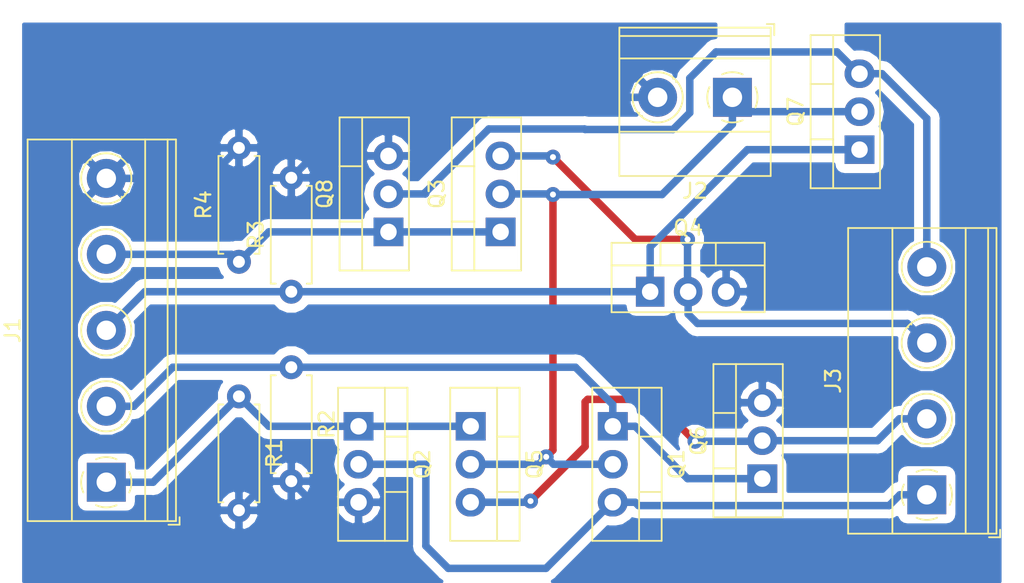
<source format=kicad_pcb>
(kicad_pcb (version 20171130) (host pcbnew "(5.0.2)-1")

  (general
    (thickness 1.6)
    (drawings 0)
    (tracks 126)
    (zones 0)
    (modules 15)
    (nets 11)
  )

  (page A4)
  (layers
    (0 F.Cu signal)
    (31 B.Cu signal)
    (32 B.Adhes user)
    (33 F.Adhes user)
    (34 B.Paste user)
    (35 F.Paste user)
    (36 B.SilkS user)
    (37 F.SilkS user)
    (38 B.Mask user)
    (39 F.Mask user)
    (40 Dwgs.User user)
    (41 Cmts.User user)
    (42 Eco1.User user)
    (43 Eco2.User user)
    (44 Edge.Cuts user)
    (45 Margin user)
    (46 B.CrtYd user)
    (47 F.CrtYd user)
    (48 B.Fab user)
    (49 F.Fab user)
  )

  (setup
    (last_trace_width 0.5)
    (trace_clearance 0.6)
    (zone_clearance 0.508)
    (zone_45_only no)
    (trace_min 0.2)
    (segment_width 0.2)
    (edge_width 0.15)
    (via_size 1)
    (via_drill 0.4)
    (via_min_size 0.4)
    (via_min_drill 0.3)
    (uvia_size 0.3)
    (uvia_drill 0.1)
    (uvias_allowed no)
    (uvia_min_size 0.2)
    (uvia_min_drill 0.1)
    (pcb_text_width 0.3)
    (pcb_text_size 1.5 1.5)
    (mod_edge_width 0.15)
    (mod_text_size 1 1)
    (mod_text_width 0.15)
    (pad_size 1.524 1.524)
    (pad_drill 0.762)
    (pad_to_mask_clearance 0.051)
    (solder_mask_min_width 0.25)
    (aux_axis_origin 0 0)
    (visible_elements FFFFFF7F)
    (pcbplotparams
      (layerselection 0x010fc_ffffffff)
      (usegerberextensions false)
      (usegerberattributes false)
      (usegerberadvancedattributes false)
      (creategerberjobfile false)
      (excludeedgelayer true)
      (linewidth 0.100000)
      (plotframeref false)
      (viasonmask false)
      (mode 1)
      (useauxorigin false)
      (hpglpennumber 1)
      (hpglpenspeed 20)
      (hpglpendiameter 15.000000)
      (psnegative false)
      (psa4output false)
      (plotreference true)
      (plotvalue true)
      (plotinvisibletext false)
      (padsonsilk false)
      (subtractmaskfromsilk false)
      (outputformat 1)
      (mirror false)
      (drillshape 1)
      (scaleselection 1)
      (outputdirectory ""))
  )

  (net 0 "")
  (net 1 /IN_1_A)
  (net 2 /IN_1_B)
  (net 3 /IN_2_A)
  (net 4 /IN_2_B)
  (net 5 GND)
  (net 6 VCC)
  (net 7 /M1_A)
  (net 8 /M1_B)
  (net 9 /M2_A)
  (net 10 /M2_B)

  (net_class Default "This is the default net class."
    (clearance 0.6)
    (trace_width 0.5)
    (via_dia 1)
    (via_drill 0.4)
    (uvia_dia 0.3)
    (uvia_drill 0.1)
    (add_net /IN_1_A)
    (add_net /IN_1_B)
    (add_net /IN_2_A)
    (add_net /IN_2_B)
    (add_net /M1_A)
    (add_net /M1_B)
    (add_net /M2_A)
    (add_net /M2_B)
    (add_net GND)
    (add_net VCC)
  )

  (module TerminalBlock_Phoenix:TerminalBlock_Phoenix_MKDS-1,5-5-5.08_1x05_P5.08mm_Horizontal (layer F.Cu) (tedit 5B294EBD) (tstamp 5C24AC2A)
    (at 24.63 80.74 90)
    (descr "Terminal Block Phoenix MKDS-1,5-5-5.08, 5 pins, pitch 5.08mm, size 25.4x9.8mm^2, drill diamater 1.3mm, pad diameter 2.6mm, see http://www.farnell.com/datasheets/100425.pdf, script-generated using https://github.com/pointhi/kicad-footprint-generator/scripts/TerminalBlock_Phoenix")
    (tags "THT Terminal Block Phoenix MKDS-1,5-5-5.08 pitch 5.08mm size 25.4x9.8mm^2 drill 1.3mm pad 2.6mm")
    (path /5C1832A3)
    (fp_text reference J1 (at 10.16 -6.26 90) (layer F.SilkS)
      (effects (font (size 1 1) (thickness 0.15)))
    )
    (fp_text value Conn_01x05_Male (at 10.16 5.66 90) (layer F.Fab)
      (effects (font (size 1 1) (thickness 0.15)))
    )
    (fp_arc (start 0 0) (end 0 1.68) (angle -24) (layer F.SilkS) (width 0.12))
    (fp_arc (start 0 0) (end 1.535 0.684) (angle -48) (layer F.SilkS) (width 0.12))
    (fp_arc (start 0 0) (end 0.684 -1.535) (angle -48) (layer F.SilkS) (width 0.12))
    (fp_arc (start 0 0) (end -1.535 -0.684) (angle -48) (layer F.SilkS) (width 0.12))
    (fp_arc (start 0 0) (end -0.684 1.535) (angle -25) (layer F.SilkS) (width 0.12))
    (fp_circle (center 0 0) (end 1.5 0) (layer F.Fab) (width 0.1))
    (fp_circle (center 5.08 0) (end 6.58 0) (layer F.Fab) (width 0.1))
    (fp_circle (center 5.08 0) (end 6.76 0) (layer F.SilkS) (width 0.12))
    (fp_circle (center 10.16 0) (end 11.66 0) (layer F.Fab) (width 0.1))
    (fp_circle (center 10.16 0) (end 11.84 0) (layer F.SilkS) (width 0.12))
    (fp_circle (center 15.24 0) (end 16.74 0) (layer F.Fab) (width 0.1))
    (fp_circle (center 15.24 0) (end 16.92 0) (layer F.SilkS) (width 0.12))
    (fp_circle (center 20.32 0) (end 21.82 0) (layer F.Fab) (width 0.1))
    (fp_circle (center 20.32 0) (end 22 0) (layer F.SilkS) (width 0.12))
    (fp_line (start -2.54 -5.2) (end 22.86 -5.2) (layer F.Fab) (width 0.1))
    (fp_line (start 22.86 -5.2) (end 22.86 4.6) (layer F.Fab) (width 0.1))
    (fp_line (start 22.86 4.6) (end -2.04 4.6) (layer F.Fab) (width 0.1))
    (fp_line (start -2.04 4.6) (end -2.54 4.1) (layer F.Fab) (width 0.1))
    (fp_line (start -2.54 4.1) (end -2.54 -5.2) (layer F.Fab) (width 0.1))
    (fp_line (start -2.54 4.1) (end 22.86 4.1) (layer F.Fab) (width 0.1))
    (fp_line (start -2.6 4.1) (end 22.92 4.1) (layer F.SilkS) (width 0.12))
    (fp_line (start -2.54 2.6) (end 22.86 2.6) (layer F.Fab) (width 0.1))
    (fp_line (start -2.6 2.6) (end 22.92 2.6) (layer F.SilkS) (width 0.12))
    (fp_line (start -2.54 -2.3) (end 22.86 -2.3) (layer F.Fab) (width 0.1))
    (fp_line (start -2.6 -2.301) (end 22.92 -2.301) (layer F.SilkS) (width 0.12))
    (fp_line (start -2.6 -5.261) (end 22.92 -5.261) (layer F.SilkS) (width 0.12))
    (fp_line (start -2.6 4.66) (end 22.92 4.66) (layer F.SilkS) (width 0.12))
    (fp_line (start -2.6 -5.261) (end -2.6 4.66) (layer F.SilkS) (width 0.12))
    (fp_line (start 22.92 -5.261) (end 22.92 4.66) (layer F.SilkS) (width 0.12))
    (fp_line (start 1.138 -0.955) (end -0.955 1.138) (layer F.Fab) (width 0.1))
    (fp_line (start 0.955 -1.138) (end -1.138 0.955) (layer F.Fab) (width 0.1))
    (fp_line (start 6.218 -0.955) (end 4.126 1.138) (layer F.Fab) (width 0.1))
    (fp_line (start 6.035 -1.138) (end 3.943 0.955) (layer F.Fab) (width 0.1))
    (fp_line (start 6.355 -1.069) (end 6.308 -1.023) (layer F.SilkS) (width 0.12))
    (fp_line (start 4.046 1.239) (end 4.011 1.274) (layer F.SilkS) (width 0.12))
    (fp_line (start 6.15 -1.275) (end 6.115 -1.239) (layer F.SilkS) (width 0.12))
    (fp_line (start 3.853 1.023) (end 3.806 1.069) (layer F.SilkS) (width 0.12))
    (fp_line (start 11.298 -0.955) (end 9.206 1.138) (layer F.Fab) (width 0.1))
    (fp_line (start 11.115 -1.138) (end 9.023 0.955) (layer F.Fab) (width 0.1))
    (fp_line (start 11.435 -1.069) (end 11.388 -1.023) (layer F.SilkS) (width 0.12))
    (fp_line (start 9.126 1.239) (end 9.091 1.274) (layer F.SilkS) (width 0.12))
    (fp_line (start 11.23 -1.275) (end 11.195 -1.239) (layer F.SilkS) (width 0.12))
    (fp_line (start 8.933 1.023) (end 8.886 1.069) (layer F.SilkS) (width 0.12))
    (fp_line (start 16.378 -0.955) (end 14.286 1.138) (layer F.Fab) (width 0.1))
    (fp_line (start 16.195 -1.138) (end 14.103 0.955) (layer F.Fab) (width 0.1))
    (fp_line (start 16.515 -1.069) (end 16.468 -1.023) (layer F.SilkS) (width 0.12))
    (fp_line (start 14.206 1.239) (end 14.171 1.274) (layer F.SilkS) (width 0.12))
    (fp_line (start 16.31 -1.275) (end 16.275 -1.239) (layer F.SilkS) (width 0.12))
    (fp_line (start 14.013 1.023) (end 13.966 1.069) (layer F.SilkS) (width 0.12))
    (fp_line (start 21.458 -0.955) (end 19.366 1.138) (layer F.Fab) (width 0.1))
    (fp_line (start 21.275 -1.138) (end 19.183 0.955) (layer F.Fab) (width 0.1))
    (fp_line (start 21.595 -1.069) (end 21.548 -1.023) (layer F.SilkS) (width 0.12))
    (fp_line (start 19.286 1.239) (end 19.251 1.274) (layer F.SilkS) (width 0.12))
    (fp_line (start 21.39 -1.275) (end 21.355 -1.239) (layer F.SilkS) (width 0.12))
    (fp_line (start 19.093 1.023) (end 19.046 1.069) (layer F.SilkS) (width 0.12))
    (fp_line (start -2.84 4.16) (end -2.84 4.9) (layer F.SilkS) (width 0.12))
    (fp_line (start -2.84 4.9) (end -2.34 4.9) (layer F.SilkS) (width 0.12))
    (fp_line (start -3.04 -5.71) (end -3.04 5.1) (layer F.CrtYd) (width 0.05))
    (fp_line (start -3.04 5.1) (end 23.36 5.1) (layer F.CrtYd) (width 0.05))
    (fp_line (start 23.36 5.1) (end 23.36 -5.71) (layer F.CrtYd) (width 0.05))
    (fp_line (start 23.36 -5.71) (end -3.04 -5.71) (layer F.CrtYd) (width 0.05))
    (fp_text user %R (at 10.16 3.2 90) (layer F.Fab)
      (effects (font (size 1 1) (thickness 0.15)))
    )
    (pad 1 thru_hole rect (at 0 0 90) (size 2.6 2.6) (drill 1.3) (layers *.Cu *.Mask)
      (net 1 /IN_1_A))
    (pad 2 thru_hole circle (at 5.08 0 90) (size 2.6 2.6) (drill 1.3) (layers *.Cu *.Mask)
      (net 2 /IN_1_B))
    (pad 3 thru_hole circle (at 10.16 0 90) (size 2.6 2.6) (drill 1.3) (layers *.Cu *.Mask)
      (net 3 /IN_2_A))
    (pad 4 thru_hole circle (at 15.24 0 90) (size 2.6 2.6) (drill 1.3) (layers *.Cu *.Mask)
      (net 4 /IN_2_B))
    (pad 5 thru_hole circle (at 20.32 0 90) (size 2.6 2.6) (drill 1.3) (layers *.Cu *.Mask)
      (net 5 GND))
    (model ${KISYS3DMOD}/TerminalBlock_Phoenix.3dshapes/TerminalBlock_Phoenix_MKDS-1,5-5-5.08_1x05_P5.08mm_Horizontal.wrl
      (at (xyz 0 0 0))
      (scale (xyz 1 1 1))
      (rotate (xyz 0 0 0))
    )
  )

  (module TerminalBlock_Phoenix:TerminalBlock_Phoenix_MKDS-1,5-2_1x02_P5.00mm_Horizontal (layer F.Cu) (tedit 5B294EE5) (tstamp 5C24AC56)
    (at 66.5 55 180)
    (descr "Terminal Block Phoenix MKDS-1,5-2, 2 pins, pitch 5mm, size 10x9.8mm^2, drill diamater 1.3mm, pad diameter 2.6mm, see http://www.farnell.com/datasheets/100425.pdf, script-generated using https://github.com/pointhi/kicad-footprint-generator/scripts/TerminalBlock_Phoenix")
    (tags "THT Terminal Block Phoenix MKDS-1,5-2 pitch 5mm size 10x9.8mm^2 drill 1.3mm pad 2.6mm")
    (path /5C1833A9)
    (fp_text reference J2 (at 2.5 -6.26 180) (layer F.SilkS)
      (effects (font (size 1 1) (thickness 0.15)))
    )
    (fp_text value Conn_01x02_Male (at 2.5 5.66 180) (layer F.Fab)
      (effects (font (size 1 1) (thickness 0.15)))
    )
    (fp_arc (start 0 0) (end 0 1.68) (angle -24) (layer F.SilkS) (width 0.12))
    (fp_arc (start 0 0) (end 1.535 0.684) (angle -48) (layer F.SilkS) (width 0.12))
    (fp_arc (start 0 0) (end 0.684 -1.535) (angle -48) (layer F.SilkS) (width 0.12))
    (fp_arc (start 0 0) (end -1.535 -0.684) (angle -48) (layer F.SilkS) (width 0.12))
    (fp_arc (start 0 0) (end -0.684 1.535) (angle -25) (layer F.SilkS) (width 0.12))
    (fp_circle (center 0 0) (end 1.5 0) (layer F.Fab) (width 0.1))
    (fp_circle (center 5 0) (end 6.5 0) (layer F.Fab) (width 0.1))
    (fp_circle (center 5 0) (end 6.68 0) (layer F.SilkS) (width 0.12))
    (fp_line (start -2.5 -5.2) (end 7.5 -5.2) (layer F.Fab) (width 0.1))
    (fp_line (start 7.5 -5.2) (end 7.5 4.6) (layer F.Fab) (width 0.1))
    (fp_line (start 7.5 4.6) (end -2 4.6) (layer F.Fab) (width 0.1))
    (fp_line (start -2 4.6) (end -2.5 4.1) (layer F.Fab) (width 0.1))
    (fp_line (start -2.5 4.1) (end -2.5 -5.2) (layer F.Fab) (width 0.1))
    (fp_line (start -2.5 4.1) (end 7.5 4.1) (layer F.Fab) (width 0.1))
    (fp_line (start -2.56 4.1) (end 7.56 4.1) (layer F.SilkS) (width 0.12))
    (fp_line (start -2.5 2.6) (end 7.5 2.6) (layer F.Fab) (width 0.1))
    (fp_line (start -2.56 2.6) (end 7.56 2.6) (layer F.SilkS) (width 0.12))
    (fp_line (start -2.5 -2.3) (end 7.5 -2.3) (layer F.Fab) (width 0.1))
    (fp_line (start -2.56 -2.301) (end 7.56 -2.301) (layer F.SilkS) (width 0.12))
    (fp_line (start -2.56 -5.261) (end 7.56 -5.261) (layer F.SilkS) (width 0.12))
    (fp_line (start -2.56 4.66) (end 7.56 4.66) (layer F.SilkS) (width 0.12))
    (fp_line (start -2.56 -5.261) (end -2.56 4.66) (layer F.SilkS) (width 0.12))
    (fp_line (start 7.56 -5.261) (end 7.56 4.66) (layer F.SilkS) (width 0.12))
    (fp_line (start 1.138 -0.955) (end -0.955 1.138) (layer F.Fab) (width 0.1))
    (fp_line (start 0.955 -1.138) (end -1.138 0.955) (layer F.Fab) (width 0.1))
    (fp_line (start 6.138 -0.955) (end 4.046 1.138) (layer F.Fab) (width 0.1))
    (fp_line (start 5.955 -1.138) (end 3.863 0.955) (layer F.Fab) (width 0.1))
    (fp_line (start 6.275 -1.069) (end 6.228 -1.023) (layer F.SilkS) (width 0.12))
    (fp_line (start 3.966 1.239) (end 3.931 1.274) (layer F.SilkS) (width 0.12))
    (fp_line (start 6.07 -1.275) (end 6.035 -1.239) (layer F.SilkS) (width 0.12))
    (fp_line (start 3.773 1.023) (end 3.726 1.069) (layer F.SilkS) (width 0.12))
    (fp_line (start -2.8 4.16) (end -2.8 4.9) (layer F.SilkS) (width 0.12))
    (fp_line (start -2.8 4.9) (end -2.3 4.9) (layer F.SilkS) (width 0.12))
    (fp_line (start -3 -5.71) (end -3 5.1) (layer F.CrtYd) (width 0.05))
    (fp_line (start -3 5.1) (end 8 5.1) (layer F.CrtYd) (width 0.05))
    (fp_line (start 8 5.1) (end 8 -5.71) (layer F.CrtYd) (width 0.05))
    (fp_line (start 8 -5.71) (end -3 -5.71) (layer F.CrtYd) (width 0.05))
    (fp_text user %R (at 2.5 3.2 180) (layer F.Fab)
      (effects (font (size 1 1) (thickness 0.15)))
    )
    (pad 1 thru_hole rect (at 0 0 180) (size 2.6 2.6) (drill 1.3) (layers *.Cu *.Mask)
      (net 6 VCC))
    (pad 2 thru_hole circle (at 5 0 180) (size 2.6 2.6) (drill 1.3) (layers *.Cu *.Mask)
      (net 5 GND))
    (model ${KISYS3DMOD}/TerminalBlock_Phoenix.3dshapes/TerminalBlock_Phoenix_MKDS-1,5-2_1x02_P5.00mm_Horizontal.wrl
      (at (xyz 0 0 0))
      (scale (xyz 1 1 1))
      (rotate (xyz 0 0 0))
    )
  )

  (module TerminalBlock_Phoenix:TerminalBlock_Phoenix_MKDS-1,5-4-5.08_1x04_P5.08mm_Horizontal (layer F.Cu) (tedit 5B294EBC) (tstamp 5C24AC94)
    (at 79.5 81.58 90)
    (descr "Terminal Block Phoenix MKDS-1,5-4-5.08, 4 pins, pitch 5.08mm, size 20.3x9.8mm^2, drill diamater 1.3mm, pad diameter 2.6mm, see http://www.farnell.com/datasheets/100425.pdf, script-generated using https://github.com/pointhi/kicad-footprint-generator/scripts/TerminalBlock_Phoenix")
    (tags "THT Terminal Block Phoenix MKDS-1,5-4-5.08 pitch 5.08mm size 20.3x9.8mm^2 drill 1.3mm pad 2.6mm")
    (path /5C18190B)
    (fp_text reference J3 (at 7.62 -6.26 90) (layer F.SilkS)
      (effects (font (size 1 1) (thickness 0.15)))
    )
    (fp_text value Conn_01x04_Male (at 7.62 5.66 90) (layer F.Fab)
      (effects (font (size 1 1) (thickness 0.15)))
    )
    (fp_arc (start 0 0) (end 0 1.68) (angle -24) (layer F.SilkS) (width 0.12))
    (fp_arc (start 0 0) (end 1.535 0.684) (angle -48) (layer F.SilkS) (width 0.12))
    (fp_arc (start 0 0) (end 0.684 -1.535) (angle -48) (layer F.SilkS) (width 0.12))
    (fp_arc (start 0 0) (end -1.535 -0.684) (angle -48) (layer F.SilkS) (width 0.12))
    (fp_arc (start 0 0) (end -0.684 1.535) (angle -25) (layer F.SilkS) (width 0.12))
    (fp_circle (center 0 0) (end 1.5 0) (layer F.Fab) (width 0.1))
    (fp_circle (center 5.08 0) (end 6.58 0) (layer F.Fab) (width 0.1))
    (fp_circle (center 5.08 0) (end 6.76 0) (layer F.SilkS) (width 0.12))
    (fp_circle (center 10.16 0) (end 11.66 0) (layer F.Fab) (width 0.1))
    (fp_circle (center 10.16 0) (end 11.84 0) (layer F.SilkS) (width 0.12))
    (fp_circle (center 15.24 0) (end 16.74 0) (layer F.Fab) (width 0.1))
    (fp_circle (center 15.24 0) (end 16.92 0) (layer F.SilkS) (width 0.12))
    (fp_line (start -2.54 -5.2) (end 17.78 -5.2) (layer F.Fab) (width 0.1))
    (fp_line (start 17.78 -5.2) (end 17.78 4.6) (layer F.Fab) (width 0.1))
    (fp_line (start 17.78 4.6) (end -2.04 4.6) (layer F.Fab) (width 0.1))
    (fp_line (start -2.04 4.6) (end -2.54 4.1) (layer F.Fab) (width 0.1))
    (fp_line (start -2.54 4.1) (end -2.54 -5.2) (layer F.Fab) (width 0.1))
    (fp_line (start -2.54 4.1) (end 17.78 4.1) (layer F.Fab) (width 0.1))
    (fp_line (start -2.6 4.1) (end 17.84 4.1) (layer F.SilkS) (width 0.12))
    (fp_line (start -2.54 2.6) (end 17.78 2.6) (layer F.Fab) (width 0.1))
    (fp_line (start -2.6 2.6) (end 17.84 2.6) (layer F.SilkS) (width 0.12))
    (fp_line (start -2.54 -2.3) (end 17.78 -2.3) (layer F.Fab) (width 0.1))
    (fp_line (start -2.6 -2.301) (end 17.84 -2.301) (layer F.SilkS) (width 0.12))
    (fp_line (start -2.6 -5.261) (end 17.84 -5.261) (layer F.SilkS) (width 0.12))
    (fp_line (start -2.6 4.66) (end 17.84 4.66) (layer F.SilkS) (width 0.12))
    (fp_line (start -2.6 -5.261) (end -2.6 4.66) (layer F.SilkS) (width 0.12))
    (fp_line (start 17.84 -5.261) (end 17.84 4.66) (layer F.SilkS) (width 0.12))
    (fp_line (start 1.138 -0.955) (end -0.955 1.138) (layer F.Fab) (width 0.1))
    (fp_line (start 0.955 -1.138) (end -1.138 0.955) (layer F.Fab) (width 0.1))
    (fp_line (start 6.218 -0.955) (end 4.126 1.138) (layer F.Fab) (width 0.1))
    (fp_line (start 6.035 -1.138) (end 3.943 0.955) (layer F.Fab) (width 0.1))
    (fp_line (start 6.355 -1.069) (end 6.308 -1.023) (layer F.SilkS) (width 0.12))
    (fp_line (start 4.046 1.239) (end 4.011 1.274) (layer F.SilkS) (width 0.12))
    (fp_line (start 6.15 -1.275) (end 6.115 -1.239) (layer F.SilkS) (width 0.12))
    (fp_line (start 3.853 1.023) (end 3.806 1.069) (layer F.SilkS) (width 0.12))
    (fp_line (start 11.298 -0.955) (end 9.206 1.138) (layer F.Fab) (width 0.1))
    (fp_line (start 11.115 -1.138) (end 9.023 0.955) (layer F.Fab) (width 0.1))
    (fp_line (start 11.435 -1.069) (end 11.388 -1.023) (layer F.SilkS) (width 0.12))
    (fp_line (start 9.126 1.239) (end 9.091 1.274) (layer F.SilkS) (width 0.12))
    (fp_line (start 11.23 -1.275) (end 11.195 -1.239) (layer F.SilkS) (width 0.12))
    (fp_line (start 8.933 1.023) (end 8.886 1.069) (layer F.SilkS) (width 0.12))
    (fp_line (start 16.378 -0.955) (end 14.286 1.138) (layer F.Fab) (width 0.1))
    (fp_line (start 16.195 -1.138) (end 14.103 0.955) (layer F.Fab) (width 0.1))
    (fp_line (start 16.515 -1.069) (end 16.468 -1.023) (layer F.SilkS) (width 0.12))
    (fp_line (start 14.206 1.239) (end 14.171 1.274) (layer F.SilkS) (width 0.12))
    (fp_line (start 16.31 -1.275) (end 16.275 -1.239) (layer F.SilkS) (width 0.12))
    (fp_line (start 14.013 1.023) (end 13.966 1.069) (layer F.SilkS) (width 0.12))
    (fp_line (start -2.84 4.16) (end -2.84 4.9) (layer F.SilkS) (width 0.12))
    (fp_line (start -2.84 4.9) (end -2.34 4.9) (layer F.SilkS) (width 0.12))
    (fp_line (start -3.04 -5.71) (end -3.04 5.1) (layer F.CrtYd) (width 0.05))
    (fp_line (start -3.04 5.1) (end 18.28 5.1) (layer F.CrtYd) (width 0.05))
    (fp_line (start 18.28 5.1) (end 18.28 -5.71) (layer F.CrtYd) (width 0.05))
    (fp_line (start 18.28 -5.71) (end -3.04 -5.71) (layer F.CrtYd) (width 0.05))
    (fp_text user %R (at 7.62 3.2 90) (layer F.Fab)
      (effects (font (size 1 1) (thickness 0.15)))
    )
    (pad 1 thru_hole rect (at 0 0 90) (size 2.6 2.6) (drill 1.3) (layers *.Cu *.Mask)
      (net 7 /M1_A))
    (pad 2 thru_hole circle (at 5.08 0 90) (size 2.6 2.6) (drill 1.3) (layers *.Cu *.Mask)
      (net 8 /M1_B))
    (pad 3 thru_hole circle (at 10.16 0 90) (size 2.6 2.6) (drill 1.3) (layers *.Cu *.Mask)
      (net 9 /M2_A))
    (pad 4 thru_hole circle (at 15.24 0 90) (size 2.6 2.6) (drill 1.3) (layers *.Cu *.Mask)
      (net 10 /M2_B))
    (model ${KISYS3DMOD}/TerminalBlock_Phoenix.3dshapes/TerminalBlock_Phoenix_MKDS-1,5-4-5.08_1x04_P5.08mm_Horizontal.wrl
      (at (xyz 0 0 0))
      (scale (xyz 1 1 1))
      (rotate (xyz 0 0 0))
    )
  )

  (module Package_TO_SOT_THT:TO-220-3_Vertical (layer F.Cu) (tedit 5AC8BA0D) (tstamp 5C24ACAE)
    (at 58.5 77 270)
    (descr "TO-220-3, Vertical, RM 2.54mm, see https://www.vishay.com/docs/66542/to-220-1.pdf")
    (tags "TO-220-3 Vertical RM 2.54mm")
    (path /5C18153B)
    (fp_text reference Q1 (at 2.54 -4.27 270) (layer F.SilkS)
      (effects (font (size 1 1) (thickness 0.15)))
    )
    (fp_text value Q_NMOS_GDS (at 2.54 2.5 270) (layer F.Fab)
      (effects (font (size 1 1) (thickness 0.15)))
    )
    (fp_line (start -2.46 -3.15) (end -2.46 1.25) (layer F.Fab) (width 0.1))
    (fp_line (start -2.46 1.25) (end 7.54 1.25) (layer F.Fab) (width 0.1))
    (fp_line (start 7.54 1.25) (end 7.54 -3.15) (layer F.Fab) (width 0.1))
    (fp_line (start 7.54 -3.15) (end -2.46 -3.15) (layer F.Fab) (width 0.1))
    (fp_line (start -2.46 -1.88) (end 7.54 -1.88) (layer F.Fab) (width 0.1))
    (fp_line (start 0.69 -3.15) (end 0.69 -1.88) (layer F.Fab) (width 0.1))
    (fp_line (start 4.39 -3.15) (end 4.39 -1.88) (layer F.Fab) (width 0.1))
    (fp_line (start -2.58 -3.27) (end 7.66 -3.27) (layer F.SilkS) (width 0.12))
    (fp_line (start -2.58 1.371) (end 7.66 1.371) (layer F.SilkS) (width 0.12))
    (fp_line (start -2.58 -3.27) (end -2.58 1.371) (layer F.SilkS) (width 0.12))
    (fp_line (start 7.66 -3.27) (end 7.66 1.371) (layer F.SilkS) (width 0.12))
    (fp_line (start -2.58 -1.76) (end 7.66 -1.76) (layer F.SilkS) (width 0.12))
    (fp_line (start 0.69 -3.27) (end 0.69 -1.76) (layer F.SilkS) (width 0.12))
    (fp_line (start 4.391 -3.27) (end 4.391 -1.76) (layer F.SilkS) (width 0.12))
    (fp_line (start -2.71 -3.4) (end -2.71 1.51) (layer F.CrtYd) (width 0.05))
    (fp_line (start -2.71 1.51) (end 7.79 1.51) (layer F.CrtYd) (width 0.05))
    (fp_line (start 7.79 1.51) (end 7.79 -3.4) (layer F.CrtYd) (width 0.05))
    (fp_line (start 7.79 -3.4) (end -2.71 -3.4) (layer F.CrtYd) (width 0.05))
    (fp_text user %R (at 2.54 -4.27 270) (layer F.Fab)
      (effects (font (size 1 1) (thickness 0.15)))
    )
    (pad 1 thru_hole rect (at 0 0 270) (size 1.905 2) (drill 1.1) (layers *.Cu *.Mask)
      (net 2 /IN_1_B))
    (pad 2 thru_hole oval (at 2.54 0 270) (size 1.905 2) (drill 1.1) (layers *.Cu *.Mask)
      (net 6 VCC))
    (pad 3 thru_hole oval (at 5.08 0 270) (size 1.905 2) (drill 1.1) (layers *.Cu *.Mask)
      (net 7 /M1_A))
    (model ${KISYS3DMOD}/Package_TO_SOT_THT.3dshapes/TO-220-3_Vertical.wrl
      (at (xyz 0 0 0))
      (scale (xyz 1 1 1))
      (rotate (xyz 0 0 0))
    )
  )

  (module Package_TO_SOT_THT:TO-220-3_Vertical (layer F.Cu) (tedit 5AC8BA0D) (tstamp 5C24ACC8)
    (at 41.5 77 270)
    (descr "TO-220-3, Vertical, RM 2.54mm, see https://www.vishay.com/docs/66542/to-220-1.pdf")
    (tags "TO-220-3 Vertical RM 2.54mm")
    (path /5C1815D3)
    (fp_text reference Q2 (at 2.54 -4.27 270) (layer F.SilkS)
      (effects (font (size 1 1) (thickness 0.15)))
    )
    (fp_text value Q_NMOS_GDS (at 2.54 2.5 270) (layer F.Fab)
      (effects (font (size 1 1) (thickness 0.15)))
    )
    (fp_text user %R (at 2.54 -4.27 270) (layer F.Fab)
      (effects (font (size 1 1) (thickness 0.15)))
    )
    (fp_line (start 7.79 -3.4) (end -2.71 -3.4) (layer F.CrtYd) (width 0.05))
    (fp_line (start 7.79 1.51) (end 7.79 -3.4) (layer F.CrtYd) (width 0.05))
    (fp_line (start -2.71 1.51) (end 7.79 1.51) (layer F.CrtYd) (width 0.05))
    (fp_line (start -2.71 -3.4) (end -2.71 1.51) (layer F.CrtYd) (width 0.05))
    (fp_line (start 4.391 -3.27) (end 4.391 -1.76) (layer F.SilkS) (width 0.12))
    (fp_line (start 0.69 -3.27) (end 0.69 -1.76) (layer F.SilkS) (width 0.12))
    (fp_line (start -2.58 -1.76) (end 7.66 -1.76) (layer F.SilkS) (width 0.12))
    (fp_line (start 7.66 -3.27) (end 7.66 1.371) (layer F.SilkS) (width 0.12))
    (fp_line (start -2.58 -3.27) (end -2.58 1.371) (layer F.SilkS) (width 0.12))
    (fp_line (start -2.58 1.371) (end 7.66 1.371) (layer F.SilkS) (width 0.12))
    (fp_line (start -2.58 -3.27) (end 7.66 -3.27) (layer F.SilkS) (width 0.12))
    (fp_line (start 4.39 -3.15) (end 4.39 -1.88) (layer F.Fab) (width 0.1))
    (fp_line (start 0.69 -3.15) (end 0.69 -1.88) (layer F.Fab) (width 0.1))
    (fp_line (start -2.46 -1.88) (end 7.54 -1.88) (layer F.Fab) (width 0.1))
    (fp_line (start 7.54 -3.15) (end -2.46 -3.15) (layer F.Fab) (width 0.1))
    (fp_line (start 7.54 1.25) (end 7.54 -3.15) (layer F.Fab) (width 0.1))
    (fp_line (start -2.46 1.25) (end 7.54 1.25) (layer F.Fab) (width 0.1))
    (fp_line (start -2.46 -3.15) (end -2.46 1.25) (layer F.Fab) (width 0.1))
    (pad 3 thru_hole oval (at 5.08 0 270) (size 1.905 2) (drill 1.1) (layers *.Cu *.Mask)
      (net 5 GND))
    (pad 2 thru_hole oval (at 2.54 0 270) (size 1.905 2) (drill 1.1) (layers *.Cu *.Mask)
      (net 7 /M1_A))
    (pad 1 thru_hole rect (at 0 0 270) (size 1.905 2) (drill 1.1) (layers *.Cu *.Mask)
      (net 1 /IN_1_A))
    (model ${KISYS3DMOD}/Package_TO_SOT_THT.3dshapes/TO-220-3_Vertical.wrl
      (at (xyz 0 0 0))
      (scale (xyz 1 1 1))
      (rotate (xyz 0 0 0))
    )
  )

  (module Package_TO_SOT_THT:TO-220-3_Vertical (layer F.Cu) (tedit 5AC8BA0D) (tstamp 5C24ACE2)
    (at 51 64 90)
    (descr "TO-220-3, Vertical, RM 2.54mm, see https://www.vishay.com/docs/66542/to-220-1.pdf")
    (tags "TO-220-3 Vertical RM 2.54mm")
    (path /5C181EA5)
    (fp_text reference Q3 (at 2.54 -4.27 90) (layer F.SilkS)
      (effects (font (size 1 1) (thickness 0.15)))
    )
    (fp_text value Q_NMOS_GDS (at 2.54 2.5 90) (layer F.Fab)
      (effects (font (size 1 1) (thickness 0.15)))
    )
    (fp_line (start -2.46 -3.15) (end -2.46 1.25) (layer F.Fab) (width 0.1))
    (fp_line (start -2.46 1.25) (end 7.54 1.25) (layer F.Fab) (width 0.1))
    (fp_line (start 7.54 1.25) (end 7.54 -3.15) (layer F.Fab) (width 0.1))
    (fp_line (start 7.54 -3.15) (end -2.46 -3.15) (layer F.Fab) (width 0.1))
    (fp_line (start -2.46 -1.88) (end 7.54 -1.88) (layer F.Fab) (width 0.1))
    (fp_line (start 0.69 -3.15) (end 0.69 -1.88) (layer F.Fab) (width 0.1))
    (fp_line (start 4.39 -3.15) (end 4.39 -1.88) (layer F.Fab) (width 0.1))
    (fp_line (start -2.58 -3.27) (end 7.66 -3.27) (layer F.SilkS) (width 0.12))
    (fp_line (start -2.58 1.371) (end 7.66 1.371) (layer F.SilkS) (width 0.12))
    (fp_line (start -2.58 -3.27) (end -2.58 1.371) (layer F.SilkS) (width 0.12))
    (fp_line (start 7.66 -3.27) (end 7.66 1.371) (layer F.SilkS) (width 0.12))
    (fp_line (start -2.58 -1.76) (end 7.66 -1.76) (layer F.SilkS) (width 0.12))
    (fp_line (start 0.69 -3.27) (end 0.69 -1.76) (layer F.SilkS) (width 0.12))
    (fp_line (start 4.391 -3.27) (end 4.391 -1.76) (layer F.SilkS) (width 0.12))
    (fp_line (start -2.71 -3.4) (end -2.71 1.51) (layer F.CrtYd) (width 0.05))
    (fp_line (start -2.71 1.51) (end 7.79 1.51) (layer F.CrtYd) (width 0.05))
    (fp_line (start 7.79 1.51) (end 7.79 -3.4) (layer F.CrtYd) (width 0.05))
    (fp_line (start 7.79 -3.4) (end -2.71 -3.4) (layer F.CrtYd) (width 0.05))
    (fp_text user %R (at 2.54 -4.27 90) (layer F.Fab)
      (effects (font (size 1 1) (thickness 0.15)))
    )
    (pad 1 thru_hole rect (at 0 0 90) (size 1.905 2) (drill 1.1) (layers *.Cu *.Mask)
      (net 4 /IN_2_B))
    (pad 2 thru_hole oval (at 2.54 0 90) (size 1.905 2) (drill 1.1) (layers *.Cu *.Mask)
      (net 6 VCC))
    (pad 3 thru_hole oval (at 5.08 0 90) (size 1.905 2) (drill 1.1) (layers *.Cu *.Mask)
      (net 9 /M2_A))
    (model ${KISYS3DMOD}/Package_TO_SOT_THT.3dshapes/TO-220-3_Vertical.wrl
      (at (xyz 0 0 0))
      (scale (xyz 1 1 1))
      (rotate (xyz 0 0 0))
    )
  )

  (module Package_TO_SOT_THT:TO-220-3_Vertical (layer F.Cu) (tedit 5AC8BA0D) (tstamp 5C24ACFC)
    (at 61 68)
    (descr "TO-220-3, Vertical, RM 2.54mm, see https://www.vishay.com/docs/66542/to-220-1.pdf")
    (tags "TO-220-3 Vertical RM 2.54mm")
    (path /5C181EAB)
    (fp_text reference Q4 (at 2.54 -4.27) (layer F.SilkS)
      (effects (font (size 1 1) (thickness 0.15)))
    )
    (fp_text value Q_NMOS_GDS (at 2.54 2.5) (layer F.Fab)
      (effects (font (size 1 1) (thickness 0.15)))
    )
    (fp_text user %R (at 2.54 -4.27) (layer F.Fab)
      (effects (font (size 1 1) (thickness 0.15)))
    )
    (fp_line (start 7.79 -3.4) (end -2.71 -3.4) (layer F.CrtYd) (width 0.05))
    (fp_line (start 7.79 1.51) (end 7.79 -3.4) (layer F.CrtYd) (width 0.05))
    (fp_line (start -2.71 1.51) (end 7.79 1.51) (layer F.CrtYd) (width 0.05))
    (fp_line (start -2.71 -3.4) (end -2.71 1.51) (layer F.CrtYd) (width 0.05))
    (fp_line (start 4.391 -3.27) (end 4.391 -1.76) (layer F.SilkS) (width 0.12))
    (fp_line (start 0.69 -3.27) (end 0.69 -1.76) (layer F.SilkS) (width 0.12))
    (fp_line (start -2.58 -1.76) (end 7.66 -1.76) (layer F.SilkS) (width 0.12))
    (fp_line (start 7.66 -3.27) (end 7.66 1.371) (layer F.SilkS) (width 0.12))
    (fp_line (start -2.58 -3.27) (end -2.58 1.371) (layer F.SilkS) (width 0.12))
    (fp_line (start -2.58 1.371) (end 7.66 1.371) (layer F.SilkS) (width 0.12))
    (fp_line (start -2.58 -3.27) (end 7.66 -3.27) (layer F.SilkS) (width 0.12))
    (fp_line (start 4.39 -3.15) (end 4.39 -1.88) (layer F.Fab) (width 0.1))
    (fp_line (start 0.69 -3.15) (end 0.69 -1.88) (layer F.Fab) (width 0.1))
    (fp_line (start -2.46 -1.88) (end 7.54 -1.88) (layer F.Fab) (width 0.1))
    (fp_line (start 7.54 -3.15) (end -2.46 -3.15) (layer F.Fab) (width 0.1))
    (fp_line (start 7.54 1.25) (end 7.54 -3.15) (layer F.Fab) (width 0.1))
    (fp_line (start -2.46 1.25) (end 7.54 1.25) (layer F.Fab) (width 0.1))
    (fp_line (start -2.46 -3.15) (end -2.46 1.25) (layer F.Fab) (width 0.1))
    (pad 3 thru_hole oval (at 5.08 0) (size 1.905 2) (drill 1.1) (layers *.Cu *.Mask)
      (net 5 GND))
    (pad 2 thru_hole oval (at 2.54 0) (size 1.905 2) (drill 1.1) (layers *.Cu *.Mask)
      (net 9 /M2_A))
    (pad 1 thru_hole rect (at 0 0) (size 1.905 2) (drill 1.1) (layers *.Cu *.Mask)
      (net 3 /IN_2_A))
    (model ${KISYS3DMOD}/Package_TO_SOT_THT.3dshapes/TO-220-3_Vertical.wrl
      (at (xyz 0 0 0))
      (scale (xyz 1 1 1))
      (rotate (xyz 0 0 0))
    )
  )

  (module Package_TO_SOT_THT:TO-220-3_Vertical (layer F.Cu) (tedit 5AC8BA0D) (tstamp 5C24AD16)
    (at 49 77 270)
    (descr "TO-220-3, Vertical, RM 2.54mm, see https://www.vishay.com/docs/66542/to-220-1.pdf")
    (tags "TO-220-3 Vertical RM 2.54mm")
    (path /5C18164D)
    (fp_text reference Q5 (at 2.54 -4.27 270) (layer F.SilkS)
      (effects (font (size 1 1) (thickness 0.15)))
    )
    (fp_text value Q_NMOS_GDS (at 2.54 2.5 270) (layer F.Fab)
      (effects (font (size 1 1) (thickness 0.15)))
    )
    (fp_line (start -2.46 -3.15) (end -2.46 1.25) (layer F.Fab) (width 0.1))
    (fp_line (start -2.46 1.25) (end 7.54 1.25) (layer F.Fab) (width 0.1))
    (fp_line (start 7.54 1.25) (end 7.54 -3.15) (layer F.Fab) (width 0.1))
    (fp_line (start 7.54 -3.15) (end -2.46 -3.15) (layer F.Fab) (width 0.1))
    (fp_line (start -2.46 -1.88) (end 7.54 -1.88) (layer F.Fab) (width 0.1))
    (fp_line (start 0.69 -3.15) (end 0.69 -1.88) (layer F.Fab) (width 0.1))
    (fp_line (start 4.39 -3.15) (end 4.39 -1.88) (layer F.Fab) (width 0.1))
    (fp_line (start -2.58 -3.27) (end 7.66 -3.27) (layer F.SilkS) (width 0.12))
    (fp_line (start -2.58 1.371) (end 7.66 1.371) (layer F.SilkS) (width 0.12))
    (fp_line (start -2.58 -3.27) (end -2.58 1.371) (layer F.SilkS) (width 0.12))
    (fp_line (start 7.66 -3.27) (end 7.66 1.371) (layer F.SilkS) (width 0.12))
    (fp_line (start -2.58 -1.76) (end 7.66 -1.76) (layer F.SilkS) (width 0.12))
    (fp_line (start 0.69 -3.27) (end 0.69 -1.76) (layer F.SilkS) (width 0.12))
    (fp_line (start 4.391 -3.27) (end 4.391 -1.76) (layer F.SilkS) (width 0.12))
    (fp_line (start -2.71 -3.4) (end -2.71 1.51) (layer F.CrtYd) (width 0.05))
    (fp_line (start -2.71 1.51) (end 7.79 1.51) (layer F.CrtYd) (width 0.05))
    (fp_line (start 7.79 1.51) (end 7.79 -3.4) (layer F.CrtYd) (width 0.05))
    (fp_line (start 7.79 -3.4) (end -2.71 -3.4) (layer F.CrtYd) (width 0.05))
    (fp_text user %R (at 2.54 -4.27 270) (layer F.Fab)
      (effects (font (size 1 1) (thickness 0.15)))
    )
    (pad 1 thru_hole rect (at 0 0 270) (size 1.905 2) (drill 1.1) (layers *.Cu *.Mask)
      (net 1 /IN_1_A))
    (pad 2 thru_hole oval (at 2.54 0 270) (size 1.905 2) (drill 1.1) (layers *.Cu *.Mask)
      (net 6 VCC))
    (pad 3 thru_hole oval (at 5.08 0 270) (size 1.905 2) (drill 1.1) (layers *.Cu *.Mask)
      (net 8 /M1_B))
    (model ${KISYS3DMOD}/Package_TO_SOT_THT.3dshapes/TO-220-3_Vertical.wrl
      (at (xyz 0 0 0))
      (scale (xyz 1 1 1))
      (rotate (xyz 0 0 0))
    )
  )

  (module Package_TO_SOT_THT:TO-220-3_Vertical (layer F.Cu) (tedit 5AC8BA0D) (tstamp 5C24AD30)
    (at 68.5 80.5 90)
    (descr "TO-220-3, Vertical, RM 2.54mm, see https://www.vishay.com/docs/66542/to-220-1.pdf")
    (tags "TO-220-3 Vertical RM 2.54mm")
    (path /5C181653)
    (fp_text reference Q6 (at 2.54 -4.27 90) (layer F.SilkS)
      (effects (font (size 1 1) (thickness 0.15)))
    )
    (fp_text value Q_NMOS_GDS (at 2.54 2.5 90) (layer F.Fab)
      (effects (font (size 1 1) (thickness 0.15)))
    )
    (fp_text user %R (at 2.54 -4.27 90) (layer F.Fab)
      (effects (font (size 1 1) (thickness 0.15)))
    )
    (fp_line (start 7.79 -3.4) (end -2.71 -3.4) (layer F.CrtYd) (width 0.05))
    (fp_line (start 7.79 1.51) (end 7.79 -3.4) (layer F.CrtYd) (width 0.05))
    (fp_line (start -2.71 1.51) (end 7.79 1.51) (layer F.CrtYd) (width 0.05))
    (fp_line (start -2.71 -3.4) (end -2.71 1.51) (layer F.CrtYd) (width 0.05))
    (fp_line (start 4.391 -3.27) (end 4.391 -1.76) (layer F.SilkS) (width 0.12))
    (fp_line (start 0.69 -3.27) (end 0.69 -1.76) (layer F.SilkS) (width 0.12))
    (fp_line (start -2.58 -1.76) (end 7.66 -1.76) (layer F.SilkS) (width 0.12))
    (fp_line (start 7.66 -3.27) (end 7.66 1.371) (layer F.SilkS) (width 0.12))
    (fp_line (start -2.58 -3.27) (end -2.58 1.371) (layer F.SilkS) (width 0.12))
    (fp_line (start -2.58 1.371) (end 7.66 1.371) (layer F.SilkS) (width 0.12))
    (fp_line (start -2.58 -3.27) (end 7.66 -3.27) (layer F.SilkS) (width 0.12))
    (fp_line (start 4.39 -3.15) (end 4.39 -1.88) (layer F.Fab) (width 0.1))
    (fp_line (start 0.69 -3.15) (end 0.69 -1.88) (layer F.Fab) (width 0.1))
    (fp_line (start -2.46 -1.88) (end 7.54 -1.88) (layer F.Fab) (width 0.1))
    (fp_line (start 7.54 -3.15) (end -2.46 -3.15) (layer F.Fab) (width 0.1))
    (fp_line (start 7.54 1.25) (end 7.54 -3.15) (layer F.Fab) (width 0.1))
    (fp_line (start -2.46 1.25) (end 7.54 1.25) (layer F.Fab) (width 0.1))
    (fp_line (start -2.46 -3.15) (end -2.46 1.25) (layer F.Fab) (width 0.1))
    (pad 3 thru_hole oval (at 5.08 0 90) (size 1.905 2) (drill 1.1) (layers *.Cu *.Mask)
      (net 5 GND))
    (pad 2 thru_hole oval (at 2.54 0 90) (size 1.905 2) (drill 1.1) (layers *.Cu *.Mask)
      (net 8 /M1_B))
    (pad 1 thru_hole rect (at 0 0 90) (size 1.905 2) (drill 1.1) (layers *.Cu *.Mask)
      (net 2 /IN_1_B))
    (model ${KISYS3DMOD}/Package_TO_SOT_THT.3dshapes/TO-220-3_Vertical.wrl
      (at (xyz 0 0 0))
      (scale (xyz 1 1 1))
      (rotate (xyz 0 0 0))
    )
  )

  (module Package_TO_SOT_THT:TO-220-3_Vertical (layer F.Cu) (tedit 5AC8BA0D) (tstamp 5C24AD4A)
    (at 75 58.5 90)
    (descr "TO-220-3, Vertical, RM 2.54mm, see https://www.vishay.com/docs/66542/to-220-1.pdf")
    (tags "TO-220-3 Vertical RM 2.54mm")
    (path /5C181EB1)
    (fp_text reference Q7 (at 2.54 -4.27 90) (layer F.SilkS)
      (effects (font (size 1 1) (thickness 0.15)))
    )
    (fp_text value Q_NMOS_GDS (at 2.54 2.5 90) (layer F.Fab)
      (effects (font (size 1 1) (thickness 0.15)))
    )
    (fp_line (start -2.46 -3.15) (end -2.46 1.25) (layer F.Fab) (width 0.1))
    (fp_line (start -2.46 1.25) (end 7.54 1.25) (layer F.Fab) (width 0.1))
    (fp_line (start 7.54 1.25) (end 7.54 -3.15) (layer F.Fab) (width 0.1))
    (fp_line (start 7.54 -3.15) (end -2.46 -3.15) (layer F.Fab) (width 0.1))
    (fp_line (start -2.46 -1.88) (end 7.54 -1.88) (layer F.Fab) (width 0.1))
    (fp_line (start 0.69 -3.15) (end 0.69 -1.88) (layer F.Fab) (width 0.1))
    (fp_line (start 4.39 -3.15) (end 4.39 -1.88) (layer F.Fab) (width 0.1))
    (fp_line (start -2.58 -3.27) (end 7.66 -3.27) (layer F.SilkS) (width 0.12))
    (fp_line (start -2.58 1.371) (end 7.66 1.371) (layer F.SilkS) (width 0.12))
    (fp_line (start -2.58 -3.27) (end -2.58 1.371) (layer F.SilkS) (width 0.12))
    (fp_line (start 7.66 -3.27) (end 7.66 1.371) (layer F.SilkS) (width 0.12))
    (fp_line (start -2.58 -1.76) (end 7.66 -1.76) (layer F.SilkS) (width 0.12))
    (fp_line (start 0.69 -3.27) (end 0.69 -1.76) (layer F.SilkS) (width 0.12))
    (fp_line (start 4.391 -3.27) (end 4.391 -1.76) (layer F.SilkS) (width 0.12))
    (fp_line (start -2.71 -3.4) (end -2.71 1.51) (layer F.CrtYd) (width 0.05))
    (fp_line (start -2.71 1.51) (end 7.79 1.51) (layer F.CrtYd) (width 0.05))
    (fp_line (start 7.79 1.51) (end 7.79 -3.4) (layer F.CrtYd) (width 0.05))
    (fp_line (start 7.79 -3.4) (end -2.71 -3.4) (layer F.CrtYd) (width 0.05))
    (fp_text user %R (at 2.54 -4.27 90) (layer F.Fab)
      (effects (font (size 1 1) (thickness 0.15)))
    )
    (pad 1 thru_hole rect (at 0 0 90) (size 1.905 2) (drill 1.1) (layers *.Cu *.Mask)
      (net 3 /IN_2_A))
    (pad 2 thru_hole oval (at 2.54 0 90) (size 1.905 2) (drill 1.1) (layers *.Cu *.Mask)
      (net 6 VCC))
    (pad 3 thru_hole oval (at 5.08 0 90) (size 1.905 2) (drill 1.1) (layers *.Cu *.Mask)
      (net 10 /M2_B))
    (model ${KISYS3DMOD}/Package_TO_SOT_THT.3dshapes/TO-220-3_Vertical.wrl
      (at (xyz 0 0 0))
      (scale (xyz 1 1 1))
      (rotate (xyz 0 0 0))
    )
  )

  (module Package_TO_SOT_THT:TO-220-3_Vertical (layer F.Cu) (tedit 5AC8BA0D) (tstamp 5C24AD64)
    (at 43.5 64 90)
    (descr "TO-220-3, Vertical, RM 2.54mm, see https://www.vishay.com/docs/66542/to-220-1.pdf")
    (tags "TO-220-3 Vertical RM 2.54mm")
    (path /5C181EB7)
    (fp_text reference Q8 (at 2.54 -4.27 90) (layer F.SilkS)
      (effects (font (size 1 1) (thickness 0.15)))
    )
    (fp_text value Q_NMOS_GDS (at 2.54 2.5 90) (layer F.Fab)
      (effects (font (size 1 1) (thickness 0.15)))
    )
    (fp_text user %R (at 2.54 -4.27 90) (layer F.Fab)
      (effects (font (size 1 1) (thickness 0.15)))
    )
    (fp_line (start 7.79 -3.4) (end -2.71 -3.4) (layer F.CrtYd) (width 0.05))
    (fp_line (start 7.79 1.51) (end 7.79 -3.4) (layer F.CrtYd) (width 0.05))
    (fp_line (start -2.71 1.51) (end 7.79 1.51) (layer F.CrtYd) (width 0.05))
    (fp_line (start -2.71 -3.4) (end -2.71 1.51) (layer F.CrtYd) (width 0.05))
    (fp_line (start 4.391 -3.27) (end 4.391 -1.76) (layer F.SilkS) (width 0.12))
    (fp_line (start 0.69 -3.27) (end 0.69 -1.76) (layer F.SilkS) (width 0.12))
    (fp_line (start -2.58 -1.76) (end 7.66 -1.76) (layer F.SilkS) (width 0.12))
    (fp_line (start 7.66 -3.27) (end 7.66 1.371) (layer F.SilkS) (width 0.12))
    (fp_line (start -2.58 -3.27) (end -2.58 1.371) (layer F.SilkS) (width 0.12))
    (fp_line (start -2.58 1.371) (end 7.66 1.371) (layer F.SilkS) (width 0.12))
    (fp_line (start -2.58 -3.27) (end 7.66 -3.27) (layer F.SilkS) (width 0.12))
    (fp_line (start 4.39 -3.15) (end 4.39 -1.88) (layer F.Fab) (width 0.1))
    (fp_line (start 0.69 -3.15) (end 0.69 -1.88) (layer F.Fab) (width 0.1))
    (fp_line (start -2.46 -1.88) (end 7.54 -1.88) (layer F.Fab) (width 0.1))
    (fp_line (start 7.54 -3.15) (end -2.46 -3.15) (layer F.Fab) (width 0.1))
    (fp_line (start 7.54 1.25) (end 7.54 -3.15) (layer F.Fab) (width 0.1))
    (fp_line (start -2.46 1.25) (end 7.54 1.25) (layer F.Fab) (width 0.1))
    (fp_line (start -2.46 -3.15) (end -2.46 1.25) (layer F.Fab) (width 0.1))
    (pad 3 thru_hole oval (at 5.08 0 90) (size 1.905 2) (drill 1.1) (layers *.Cu *.Mask)
      (net 5 GND))
    (pad 2 thru_hole oval (at 2.54 0 90) (size 1.905 2) (drill 1.1) (layers *.Cu *.Mask)
      (net 10 /M2_B))
    (pad 1 thru_hole rect (at 0 0 90) (size 1.905 2) (drill 1.1) (layers *.Cu *.Mask)
      (net 4 /IN_2_B))
    (model ${KISYS3DMOD}/Package_TO_SOT_THT.3dshapes/TO-220-3_Vertical.wrl
      (at (xyz 0 0 0))
      (scale (xyz 1 1 1))
      (rotate (xyz 0 0 0))
    )
  )

  (module Resistor_THT:R_Axial_DIN0207_L6.3mm_D2.5mm_P7.62mm_Horizontal (layer F.Cu) (tedit 5AE5139B) (tstamp 5C24AD7B)
    (at 33.5 75 270)
    (descr "Resistor, Axial_DIN0207 series, Axial, Horizontal, pin pitch=7.62mm, 0.25W = 1/4W, length*diameter=6.3*2.5mm^2, http://cdn-reichelt.de/documents/datenblatt/B400/1_4W%23YAG.pdf")
    (tags "Resistor Axial_DIN0207 series Axial Horizontal pin pitch 7.62mm 0.25W = 1/4W length 6.3mm diameter 2.5mm")
    (path /5C1874FD)
    (fp_text reference R1 (at 3.81 -2.37 270) (layer F.SilkS)
      (effects (font (size 1 1) (thickness 0.15)))
    )
    (fp_text value R (at 3.81 2.37 270) (layer F.Fab)
      (effects (font (size 1 1) (thickness 0.15)))
    )
    (fp_line (start 0.66 -1.25) (end 0.66 1.25) (layer F.Fab) (width 0.1))
    (fp_line (start 0.66 1.25) (end 6.96 1.25) (layer F.Fab) (width 0.1))
    (fp_line (start 6.96 1.25) (end 6.96 -1.25) (layer F.Fab) (width 0.1))
    (fp_line (start 6.96 -1.25) (end 0.66 -1.25) (layer F.Fab) (width 0.1))
    (fp_line (start 0 0) (end 0.66 0) (layer F.Fab) (width 0.1))
    (fp_line (start 7.62 0) (end 6.96 0) (layer F.Fab) (width 0.1))
    (fp_line (start 0.54 -1.04) (end 0.54 -1.37) (layer F.SilkS) (width 0.12))
    (fp_line (start 0.54 -1.37) (end 7.08 -1.37) (layer F.SilkS) (width 0.12))
    (fp_line (start 7.08 -1.37) (end 7.08 -1.04) (layer F.SilkS) (width 0.12))
    (fp_line (start 0.54 1.04) (end 0.54 1.37) (layer F.SilkS) (width 0.12))
    (fp_line (start 0.54 1.37) (end 7.08 1.37) (layer F.SilkS) (width 0.12))
    (fp_line (start 7.08 1.37) (end 7.08 1.04) (layer F.SilkS) (width 0.12))
    (fp_line (start -1.05 -1.5) (end -1.05 1.5) (layer F.CrtYd) (width 0.05))
    (fp_line (start -1.05 1.5) (end 8.67 1.5) (layer F.CrtYd) (width 0.05))
    (fp_line (start 8.67 1.5) (end 8.67 -1.5) (layer F.CrtYd) (width 0.05))
    (fp_line (start 8.67 -1.5) (end -1.05 -1.5) (layer F.CrtYd) (width 0.05))
    (fp_text user %R (at 3.81 0 270) (layer F.Fab)
      (effects (font (size 1 1) (thickness 0.15)))
    )
    (pad 1 thru_hole circle (at 0 0 270) (size 1.6 1.6) (drill 0.8) (layers *.Cu *.Mask)
      (net 1 /IN_1_A))
    (pad 2 thru_hole oval (at 7.62 0 270) (size 1.6 1.6) (drill 0.8) (layers *.Cu *.Mask)
      (net 5 GND))
    (model ${KISYS3DMOD}/Resistor_THT.3dshapes/R_Axial_DIN0207_L6.3mm_D2.5mm_P7.62mm_Horizontal.wrl
      (at (xyz 0 0 0))
      (scale (xyz 1 1 1))
      (rotate (xyz 0 0 0))
    )
  )

  (module Resistor_THT:R_Axial_DIN0207_L6.3mm_D2.5mm_P7.62mm_Horizontal (layer F.Cu) (tedit 5AE5139B) (tstamp 5C24AD92)
    (at 37 73.05 270)
    (descr "Resistor, Axial_DIN0207 series, Axial, Horizontal, pin pitch=7.62mm, 0.25W = 1/4W, length*diameter=6.3*2.5mm^2, http://cdn-reichelt.de/documents/datenblatt/B400/1_4W%23YAG.pdf")
    (tags "Resistor Axial_DIN0207 series Axial Horizontal pin pitch 7.62mm 0.25W = 1/4W length 6.3mm diameter 2.5mm")
    (path /5C187F72)
    (fp_text reference R2 (at 3.81 -2.37 270) (layer F.SilkS)
      (effects (font (size 1 1) (thickness 0.15)))
    )
    (fp_text value R (at 3.81 2.37 270) (layer F.Fab)
      (effects (font (size 1 1) (thickness 0.15)))
    )
    (fp_text user %R (at 3.81 0 270) (layer F.Fab)
      (effects (font (size 1 1) (thickness 0.15)))
    )
    (fp_line (start 8.67 -1.5) (end -1.05 -1.5) (layer F.CrtYd) (width 0.05))
    (fp_line (start 8.67 1.5) (end 8.67 -1.5) (layer F.CrtYd) (width 0.05))
    (fp_line (start -1.05 1.5) (end 8.67 1.5) (layer F.CrtYd) (width 0.05))
    (fp_line (start -1.05 -1.5) (end -1.05 1.5) (layer F.CrtYd) (width 0.05))
    (fp_line (start 7.08 1.37) (end 7.08 1.04) (layer F.SilkS) (width 0.12))
    (fp_line (start 0.54 1.37) (end 7.08 1.37) (layer F.SilkS) (width 0.12))
    (fp_line (start 0.54 1.04) (end 0.54 1.37) (layer F.SilkS) (width 0.12))
    (fp_line (start 7.08 -1.37) (end 7.08 -1.04) (layer F.SilkS) (width 0.12))
    (fp_line (start 0.54 -1.37) (end 7.08 -1.37) (layer F.SilkS) (width 0.12))
    (fp_line (start 0.54 -1.04) (end 0.54 -1.37) (layer F.SilkS) (width 0.12))
    (fp_line (start 7.62 0) (end 6.96 0) (layer F.Fab) (width 0.1))
    (fp_line (start 0 0) (end 0.66 0) (layer F.Fab) (width 0.1))
    (fp_line (start 6.96 -1.25) (end 0.66 -1.25) (layer F.Fab) (width 0.1))
    (fp_line (start 6.96 1.25) (end 6.96 -1.25) (layer F.Fab) (width 0.1))
    (fp_line (start 0.66 1.25) (end 6.96 1.25) (layer F.Fab) (width 0.1))
    (fp_line (start 0.66 -1.25) (end 0.66 1.25) (layer F.Fab) (width 0.1))
    (pad 2 thru_hole oval (at 7.62 0 270) (size 1.6 1.6) (drill 0.8) (layers *.Cu *.Mask)
      (net 5 GND))
    (pad 1 thru_hole circle (at 0 0 270) (size 1.6 1.6) (drill 0.8) (layers *.Cu *.Mask)
      (net 2 /IN_1_B))
    (model ${KISYS3DMOD}/Resistor_THT.3dshapes/R_Axial_DIN0207_L6.3mm_D2.5mm_P7.62mm_Horizontal.wrl
      (at (xyz 0 0 0))
      (scale (xyz 1 1 1))
      (rotate (xyz 0 0 0))
    )
  )

  (module Resistor_THT:R_Axial_DIN0207_L6.3mm_D2.5mm_P7.62mm_Horizontal (layer F.Cu) (tedit 5AE5139B) (tstamp 5C24ADA9)
    (at 37 68 90)
    (descr "Resistor, Axial_DIN0207 series, Axial, Horizontal, pin pitch=7.62mm, 0.25W = 1/4W, length*diameter=6.3*2.5mm^2, http://cdn-reichelt.de/documents/datenblatt/B400/1_4W%23YAG.pdf")
    (tags "Resistor Axial_DIN0207 series Axial Horizontal pin pitch 7.62mm 0.25W = 1/4W length 6.3mm diameter 2.5mm")
    (path /5C187FFB)
    (fp_text reference R3 (at 3.81 -2.37 90) (layer F.SilkS)
      (effects (font (size 1 1) (thickness 0.15)))
    )
    (fp_text value R (at 3.81 2.37 90) (layer F.Fab)
      (effects (font (size 1 1) (thickness 0.15)))
    )
    (fp_line (start 0.66 -1.25) (end 0.66 1.25) (layer F.Fab) (width 0.1))
    (fp_line (start 0.66 1.25) (end 6.96 1.25) (layer F.Fab) (width 0.1))
    (fp_line (start 6.96 1.25) (end 6.96 -1.25) (layer F.Fab) (width 0.1))
    (fp_line (start 6.96 -1.25) (end 0.66 -1.25) (layer F.Fab) (width 0.1))
    (fp_line (start 0 0) (end 0.66 0) (layer F.Fab) (width 0.1))
    (fp_line (start 7.62 0) (end 6.96 0) (layer F.Fab) (width 0.1))
    (fp_line (start 0.54 -1.04) (end 0.54 -1.37) (layer F.SilkS) (width 0.12))
    (fp_line (start 0.54 -1.37) (end 7.08 -1.37) (layer F.SilkS) (width 0.12))
    (fp_line (start 7.08 -1.37) (end 7.08 -1.04) (layer F.SilkS) (width 0.12))
    (fp_line (start 0.54 1.04) (end 0.54 1.37) (layer F.SilkS) (width 0.12))
    (fp_line (start 0.54 1.37) (end 7.08 1.37) (layer F.SilkS) (width 0.12))
    (fp_line (start 7.08 1.37) (end 7.08 1.04) (layer F.SilkS) (width 0.12))
    (fp_line (start -1.05 -1.5) (end -1.05 1.5) (layer F.CrtYd) (width 0.05))
    (fp_line (start -1.05 1.5) (end 8.67 1.5) (layer F.CrtYd) (width 0.05))
    (fp_line (start 8.67 1.5) (end 8.67 -1.5) (layer F.CrtYd) (width 0.05))
    (fp_line (start 8.67 -1.5) (end -1.05 -1.5) (layer F.CrtYd) (width 0.05))
    (fp_text user %R (at 3.81 0 90) (layer F.Fab)
      (effects (font (size 1 1) (thickness 0.15)))
    )
    (pad 1 thru_hole circle (at 0 0 90) (size 1.6 1.6) (drill 0.8) (layers *.Cu *.Mask)
      (net 3 /IN_2_A))
    (pad 2 thru_hole oval (at 7.62 0 90) (size 1.6 1.6) (drill 0.8) (layers *.Cu *.Mask)
      (net 5 GND))
    (model ${KISYS3DMOD}/Resistor_THT.3dshapes/R_Axial_DIN0207_L6.3mm_D2.5mm_P7.62mm_Horizontal.wrl
      (at (xyz 0 0 0))
      (scale (xyz 1 1 1))
      (rotate (xyz 0 0 0))
    )
  )

  (module Resistor_THT:R_Axial_DIN0207_L6.3mm_D2.5mm_P7.62mm_Horizontal (layer F.Cu) (tedit 5AE5139B) (tstamp 5C24ADC0)
    (at 33.5 66 90)
    (descr "Resistor, Axial_DIN0207 series, Axial, Horizontal, pin pitch=7.62mm, 0.25W = 1/4W, length*diameter=6.3*2.5mm^2, http://cdn-reichelt.de/documents/datenblatt/B400/1_4W%23YAG.pdf")
    (tags "Resistor Axial_DIN0207 series Axial Horizontal pin pitch 7.62mm 0.25W = 1/4W length 6.3mm diameter 2.5mm")
    (path /5C188001)
    (fp_text reference R4 (at 3.81 -2.37 90) (layer F.SilkS)
      (effects (font (size 1 1) (thickness 0.15)))
    )
    (fp_text value R (at 3.81 2.37 90) (layer F.Fab)
      (effects (font (size 1 1) (thickness 0.15)))
    )
    (fp_text user %R (at 3.81 0 90) (layer F.Fab)
      (effects (font (size 1 1) (thickness 0.15)))
    )
    (fp_line (start 8.67 -1.5) (end -1.05 -1.5) (layer F.CrtYd) (width 0.05))
    (fp_line (start 8.67 1.5) (end 8.67 -1.5) (layer F.CrtYd) (width 0.05))
    (fp_line (start -1.05 1.5) (end 8.67 1.5) (layer F.CrtYd) (width 0.05))
    (fp_line (start -1.05 -1.5) (end -1.05 1.5) (layer F.CrtYd) (width 0.05))
    (fp_line (start 7.08 1.37) (end 7.08 1.04) (layer F.SilkS) (width 0.12))
    (fp_line (start 0.54 1.37) (end 7.08 1.37) (layer F.SilkS) (width 0.12))
    (fp_line (start 0.54 1.04) (end 0.54 1.37) (layer F.SilkS) (width 0.12))
    (fp_line (start 7.08 -1.37) (end 7.08 -1.04) (layer F.SilkS) (width 0.12))
    (fp_line (start 0.54 -1.37) (end 7.08 -1.37) (layer F.SilkS) (width 0.12))
    (fp_line (start 0.54 -1.04) (end 0.54 -1.37) (layer F.SilkS) (width 0.12))
    (fp_line (start 7.62 0) (end 6.96 0) (layer F.Fab) (width 0.1))
    (fp_line (start 0 0) (end 0.66 0) (layer F.Fab) (width 0.1))
    (fp_line (start 6.96 -1.25) (end 0.66 -1.25) (layer F.Fab) (width 0.1))
    (fp_line (start 6.96 1.25) (end 6.96 -1.25) (layer F.Fab) (width 0.1))
    (fp_line (start 0.66 1.25) (end 6.96 1.25) (layer F.Fab) (width 0.1))
    (fp_line (start 0.66 -1.25) (end 0.66 1.25) (layer F.Fab) (width 0.1))
    (pad 2 thru_hole oval (at 7.62 0 90) (size 1.6 1.6) (drill 0.8) (layers *.Cu *.Mask)
      (net 5 GND))
    (pad 1 thru_hole circle (at 0 0 90) (size 1.6 1.6) (drill 0.8) (layers *.Cu *.Mask)
      (net 4 /IN_2_B))
    (model ${KISYS3DMOD}/Resistor_THT.3dshapes/R_Axial_DIN0207_L6.3mm_D2.5mm_P7.62mm_Horizontal.wrl
      (at (xyz 0 0 0))
      (scale (xyz 1 1 1))
      (rotate (xyz 0 0 0))
    )
  )

  (segment (start 27.76 80.74) (end 33.5 75) (width 0.5) (layer B.Cu) (net 1) (status 20))
  (segment (start 24.63 80.74) (end 27.76 80.74) (width 0.5) (layer B.Cu) (net 1) (status 10))
  (segment (start 35.5 77) (end 33.5 75) (width 0.5) (layer B.Cu) (net 1) (status 20))
  (segment (start 41.5 77) (end 35.5 77) (width 0.5) (layer B.Cu) (net 1) (status 10))
  (segment (start 41.5 77) (end 49 77) (width 0.5) (layer B.Cu) (net 1) (status 30))
  (segment (start 29.078477 73.05) (end 37 73.05) (width 0.5) (layer B.Cu) (net 2) (status 20))
  (segment (start 26.468477 75.66) (end 29.078477 73.05) (width 0.5) (layer B.Cu) (net 2))
  (segment (start 24.63 75.66) (end 26.468477 75.66) (width 0.5) (layer B.Cu) (net 2) (status 10))
  (segment (start 58.5 75.5475) (end 58.5 77) (width 0.5) (layer B.Cu) (net 2) (status 20))
  (segment (start 56.0025 73.05) (end 58.5 75.5475) (width 0.5) (layer B.Cu) (net 2))
  (segment (start 37 73.05) (end 56.0025 73.05) (width 0.5) (layer B.Cu) (net 2) (status 10))
  (segment (start 59 76.5) (end 58.5 77) (width 0.5) (layer B.Cu) (net 2) (status 30))
  (segment (start 63.5 80.5) (end 60 77) (width 0.5) (layer B.Cu) (net 2))
  (segment (start 60 77) (end 58.5 77) (width 0.5) (layer B.Cu) (net 2))
  (segment (start 68.5 80.5) (end 63.5 80.5) (width 0.5) (layer B.Cu) (net 2))
  (segment (start 27.21 68) (end 37 68) (width 0.5) (layer B.Cu) (net 3) (status 20))
  (segment (start 24.63 70.58) (end 27.21 68) (width 0.5) (layer B.Cu) (net 3) (status 10))
  (segment (start 37 68) (end 61 68) (width 0.5) (layer B.Cu) (net 3) (status 30))
  (segment (start 67.501998 58.5) (end 61 65.001998) (width 0.5) (layer B.Cu) (net 3))
  (segment (start 61 66.5) (end 61 68) (width 0.5) (layer B.Cu) (net 3))
  (segment (start 75 58.5) (end 67.501998 58.5) (width 0.5) (layer B.Cu) (net 3))
  (segment (start 61 65.001998) (end 61 66.5) (width 0.5) (layer B.Cu) (net 3))
  (segment (start 33 65.5) (end 33.5 66) (width 0.5) (layer B.Cu) (net 4) (status 30))
  (segment (start 24.63 65.5) (end 33 65.5) (width 0.5) (layer B.Cu) (net 4) (status 30))
  (segment (start 35.5 64) (end 43.5 64) (width 0.5) (layer B.Cu) (net 4) (status 20))
  (segment (start 33.5 66) (end 35.5 64) (width 0.5) (layer B.Cu) (net 4) (status 10))
  (segment (start 51 64) (end 43.5 64) (width 0.5) (layer B.Cu) (net 4) (status 30))
  (segment (start 24.63 60.42) (end 31.46 60.42) (width 0.5) (layer B.Cu) (net 5) (status 10))
  (segment (start 37 60.38) (end 31.5 60.38) (width 0.5) (layer B.Cu) (net 5) (status 10))
  (segment (start 31.46 60.42) (end 31.5 60.38) (width 0.5) (layer B.Cu) (net 5))
  (segment (start 31.5 60.38) (end 33.5 58.38) (width 0.5) (layer B.Cu) (net 5) (status 20))
  (segment (start 35.45 80.67) (end 33.5 82.62) (width 0.5) (layer B.Cu) (net 5) (status 20))
  (segment (start 37 80.67) (end 35.45 80.67) (width 0.5) (layer B.Cu) (net 5) (status 10))
  (segment (start 22.479999 62.570001) (end 24.63 60.42) (width 0.5) (layer B.Cu) (net 5) (status 20))
  (segment (start 22.649999 82.890001) (end 22.479999 82.720001) (width 0.5) (layer B.Cu) (net 5))
  (segment (start 26.610001 82.890001) (end 22.649999 82.890001) (width 0.5) (layer B.Cu) (net 5))
  (segment (start 22.479999 82.720001) (end 22.479999 62.570001) (width 0.5) (layer B.Cu) (net 5))
  (segment (start 26.880002 82.62) (end 26.610001 82.890001) (width 0.5) (layer B.Cu) (net 5))
  (segment (start 33.5 82.62) (end 26.880002 82.62) (width 0.5) (layer B.Cu) (net 5) (status 10))
  (segment (start 38.41 82.08) (end 37 80.67) (width 0.5) (layer B.Cu) (net 5) (status 20))
  (segment (start 41.5 82.08) (end 38.41 82.08) (width 0.5) (layer B.Cu) (net 5) (status 10))
  (segment (start 38.46 58.92) (end 37 60.38) (width 0.5) (layer B.Cu) (net 5) (status 20))
  (segment (start 43.5 58.92) (end 38.46 58.92) (width 0.5) (layer B.Cu) (net 5) (status 10))
  (segment (start 66.08 68.0475) (end 66.08 68) (width 0.5) (layer B.Cu) (net 5) (status 30))
  (segment (start 48.92 55) (end 61.5 55) (width 0.5) (layer B.Cu) (net 5) (status 20))
  (segment (start 45 58.92) (end 48.92 55) (width 0.5) (layer B.Cu) (net 5))
  (segment (start 43.5 58.92) (end 45 58.92) (width 0.5) (layer B.Cu) (net 5) (status 10))
  (segment (start 80.532001 73.570001) (end 81.650001 72.452001) (width 0.5) (layer B.Cu) (net 5))
  (segment (start 71.849999 73.570001) (end 80.532001 73.570001) (width 0.5) (layer B.Cu) (net 5))
  (segment (start 68.5 75.42) (end 70 75.42) (width 0.5) (layer B.Cu) (net 5))
  (segment (start 70 75.42) (end 71.849999 73.570001) (width 0.5) (layer B.Cu) (net 5))
  (segment (start 68.5325 69) (end 81.650001 69) (width 0.5) (layer B.Cu) (net 5))
  (segment (start 67.5325 68) (end 68.5325 69) (width 0.5) (layer B.Cu) (net 5))
  (segment (start 66.08 68) (end 67.5325 68) (width 0.5) (layer B.Cu) (net 5))
  (segment (start 81.650001 72.452001) (end 81.650001 69) (width 0.5) (layer B.Cu) (net 5))
  (via (at 54.5 61.5) (size 1) (drill 0.4) (layers F.Cu B.Cu) (net 6))
  (segment (start 51 61.46) (end 54.46 61.46) (width 0.5) (layer B.Cu) (net 6) (status 10))
  (segment (start 54.46 61.46) (end 54.5 61.5) (width 0.5) (layer B.Cu) (net 6))
  (segment (start 66.5 56.8) (end 66.5 55) (width 0.5) (layer B.Cu) (net 6) (status 20))
  (segment (start 61.8 61.5) (end 66.5 56.8) (width 0.5) (layer B.Cu) (net 6))
  (segment (start 54.5 61.5) (end 61.8 61.5) (width 0.5) (layer B.Cu) (net 6))
  (segment (start 67.46 55.96) (end 66.5 55) (width 0.5) (layer B.Cu) (net 6))
  (segment (start 75 55.96) (end 67.46 55.96) (width 0.5) (layer B.Cu) (net 6))
  (via (at 54.045398 79.045398) (size 1) (drill 0.4) (layers F.Cu B.Cu) (net 6))
  (segment (start 54.5 61.5) (end 54.5 78.590796) (width 0.5) (layer F.Cu) (net 6))
  (segment (start 54.5 78.590796) (end 54.045398 79.045398) (width 0.5) (layer F.Cu) (net 6))
  (segment (start 49 79.54) (end 53.550796 79.54) (width 0.5) (layer B.Cu) (net 6))
  (segment (start 54.54 79.54) (end 54.045398 79.045398) (width 0.5) (layer B.Cu) (net 6))
  (segment (start 58.5 79.54) (end 54.54 79.54) (width 0.5) (layer B.Cu) (net 6))
  (segment (start 53.550796 79.54) (end 54.045398 79.045398) (width 0.5) (layer B.Cu) (net 6))
  (segment (start 58.4525 82.08) (end 58.5 82.08) (width 0.5) (layer B.Cu) (net 7) (status 30))
  (segment (start 41.5 79.54) (end 45.96 79.54) (width 0.5) (layer B.Cu) (net 7) (status 10))
  (segment (start 45.96 79.54) (end 46 79.58) (width 0.5) (layer B.Cu) (net 7))
  (segment (start 46 79.58) (end 46 85) (width 0.5) (layer B.Cu) (net 7))
  (segment (start 46 85) (end 47.5 86.5) (width 0.5) (layer B.Cu) (net 7))
  (segment (start 47.5 86.5) (end 54.0325 86.5) (width 0.5) (layer B.Cu) (net 7))
  (segment (start 54.0325 86.5) (end 58.4525 82.08) (width 0.5) (layer B.Cu) (net 7) (status 20))
  (segment (start 60 82.08) (end 58.5 82.08) (width 0.5) (layer B.Cu) (net 7))
  (segment (start 60.222501 82.302501) (end 60 82.08) (width 0.5) (layer B.Cu) (net 7))
  (segment (start 76.977499 82.302501) (end 60.222501 82.302501) (width 0.5) (layer B.Cu) (net 7))
  (segment (start 77.7 81.58) (end 76.977499 82.302501) (width 0.5) (layer B.Cu) (net 7))
  (segment (start 79.5 81.58) (end 77.7 81.58) (width 0.5) (layer B.Cu) (net 7))
  (segment (start 70 77.96) (end 68.5 77.96) (width 0.5) (layer B.Cu) (net 8))
  (segment (start 76.201523 77.96) (end 70 77.96) (width 0.5) (layer B.Cu) (net 8))
  (segment (start 77.661523 76.5) (end 76.201523 77.96) (width 0.5) (layer B.Cu) (net 8))
  (segment (start 79.5 76.5) (end 77.661523 76.5) (width 0.5) (layer B.Cu) (net 8))
  (via (at 53 82) (size 1) (drill 0.4) (layers F.Cu B.Cu) (net 8))
  (segment (start 49 82.08) (end 52.92 82.08) (width 0.5) (layer B.Cu) (net 8))
  (segment (start 52.92 82.08) (end 53 82) (width 0.5) (layer B.Cu) (net 8))
  (segment (start 61.197499 75.197499) (end 64 78) (width 0.5) (layer F.Cu) (net 8))
  (segment (start 56.819999 75.197499) (end 61.197499 75.197499) (width 0.5) (layer F.Cu) (net 8))
  (segment (start 56.649999 78.350001) (end 56.649999 75.367499) (width 0.5) (layer F.Cu) (net 8))
  (segment (start 53 82) (end 56.649999 78.350001) (width 0.5) (layer F.Cu) (net 8))
  (segment (start 56.649999 75.367499) (end 56.819999 75.197499) (width 0.5) (layer F.Cu) (net 8))
  (via (at 64 78) (size 1) (drill 0.4) (layers F.Cu B.Cu) (net 8))
  (segment (start 68.46 78) (end 68.5 77.96) (width 0.5) (layer B.Cu) (net 8))
  (segment (start 64 78) (end 68.46 78) (width 0.5) (layer B.Cu) (net 8))
  (segment (start 63.54 69.5) (end 63.54 68) (width 0.5) (layer B.Cu) (net 9))
  (segment (start 64.160001 70.120001) (end 63.54 69.5) (width 0.5) (layer B.Cu) (net 9))
  (segment (start 78.200001 70.120001) (end 64.160001 70.120001) (width 0.5) (layer B.Cu) (net 9))
  (segment (start 79.5 71.42) (end 78.200001 70.120001) (width 0.5) (layer B.Cu) (net 9))
  (via (at 54.5 59) (size 1) (drill 0.4) (layers F.Cu B.Cu) (net 9))
  (segment (start 51 58.92) (end 54.42 58.92) (width 0.5) (layer B.Cu) (net 9))
  (segment (start 54.42 58.92) (end 54.5 59) (width 0.5) (layer B.Cu) (net 9))
  (via (at 63.5 64.5) (size 1) (drill 0.4) (layers F.Cu B.Cu) (net 9))
  (segment (start 54.5 59) (end 60 64.5) (width 0.5) (layer F.Cu) (net 9))
  (segment (start 60 64.5) (end 63.5 64.5) (width 0.5) (layer F.Cu) (net 9))
  (segment (start 63.5 67.96) (end 63.54 68) (width 0.5) (layer B.Cu) (net 9))
  (segment (start 63.5 64.5) (end 63.5 67.96) (width 0.5) (layer B.Cu) (net 9))
  (segment (start 45.96 61.46) (end 46 61.42) (width 0.5) (layer B.Cu) (net 10))
  (segment (start 43.5 61.46) (end 45.96 61.46) (width 0.5) (layer B.Cu) (net 10) (status 10))
  (segment (start 79.5 64.501523) (end 79.5 66.34) (width 0.5) (layer B.Cu) (net 10))
  (segment (start 79.5 56.42) (end 79.5 64.501523) (width 0.5) (layer B.Cu) (net 10))
  (segment (start 76.5 53.42) (end 79.5 56.42) (width 0.5) (layer B.Cu) (net 10))
  (segment (start 75 53.42) (end 76.5 53.42) (width 0.5) (layer B.Cu) (net 10))
  (segment (start 75 53.42) (end 74.9525 53.42) (width 0.5) (layer B.Cu) (net 10))
  (segment (start 63.650001 56.032001) (end 62.532001 57.150001) (width 0.5) (layer B.Cu) (net 10))
  (segment (start 74.9525 53.42) (end 73.5 51.9675) (width 0.5) (layer B.Cu) (net 10))
  (segment (start 73.5 51.9675) (end 65.402498 51.9675) (width 0.5) (layer B.Cu) (net 10))
  (segment (start 56.61749 57.11749) (end 50.205876 57.11749) (width 0.5) (layer B.Cu) (net 10))
  (segment (start 45.96 61.363366) (end 45.96 61.46) (width 0.5) (layer B.Cu) (net 10))
  (segment (start 50.205876 57.11749) (end 45.96 61.363366) (width 0.5) (layer B.Cu) (net 10))
  (segment (start 56.650001 57.150001) (end 56.61749 57.11749) (width 0.5) (layer B.Cu) (net 10))
  (segment (start 62.532001 57.150001) (end 56.650001 57.150001) (width 0.5) (layer B.Cu) (net 10))
  (segment (start 65.402498 51.9675) (end 63.650001 53.719997) (width 0.5) (layer B.Cu) (net 10))
  (segment (start 63.650001 53.719997) (end 63.650001 56.032001) (width 0.5) (layer B.Cu) (net 10))

  (zone (net 5) (net_name GND) (layer B.Cu) (tstamp 0) (hatch edge 0.508)
    (connect_pads (clearance 0.508))
    (min_thickness 0.254)
    (fill yes (arc_segments 16) (thermal_gap 0.508) (thermal_bridge_width 0.508))
    (polygon
      (pts
        (xy 19 87.5) (xy 84.5 87.5) (xy 84.5 50) (xy 19 50)
      )
    )
    (filled_polygon
      (pts
        (xy 65.373 50.977228) (xy 65.306279 50.9905) (xy 65.306275 50.9905) (xy 65.021292 51.047187) (xy 65.02129 51.047188)
        (xy 65.021291 51.047188) (xy 64.779694 51.208617) (xy 64.779692 51.208619) (xy 64.698121 51.263123) (xy 64.643617 51.344694)
        (xy 63.027198 52.961114) (xy 62.945624 53.01562) (xy 62.729688 53.338792) (xy 62.677198 53.602677) (xy 62.554496 53.332545)
        (xy 61.83612 53.055934) (xy 61.066573 53.07529) (xy 60.445504 53.332545) (xy 60.310146 53.630541) (xy 61.5 54.820395)
        (xy 61.514143 54.806253) (xy 61.693748 54.985858) (xy 61.679605 55) (xy 61.693748 55.014143) (xy 61.514143 55.193748)
        (xy 61.5 55.179605) (xy 61.485858 55.193748) (xy 61.306253 55.014143) (xy 61.320395 55) (xy 60.130541 53.810146)
        (xy 59.832545 53.945504) (xy 59.555934 54.66388) (xy 59.57529 55.433427) (xy 59.832545 56.054496) (xy 60.093438 56.173001)
        (xy 56.877156 56.173001) (xy 56.713713 56.14049) (xy 56.713708 56.14049) (xy 56.61749 56.121351) (xy 56.521272 56.14049)
        (xy 50.302093 56.14049) (xy 50.205875 56.121351) (xy 50.109657 56.14049) (xy 50.109653 56.14049) (xy 49.82467 56.197177)
        (xy 49.501499 56.413113) (xy 49.446993 56.494687) (xy 45.45868 60.483) (xy 44.914607 60.483) (xy 44.758352 60.249148)
        (xy 44.555992 60.113936) (xy 44.875973 59.786924) (xy 45.090563 59.29298) (xy 44.970594 59.047) (xy 43.627 59.047)
        (xy 43.627 59.067) (xy 43.373 59.067) (xy 43.373 59.047) (xy 42.029406 59.047) (xy 41.909437 59.29298)
        (xy 42.124027 59.786924) (xy 42.444008 60.113936) (xy 42.241648 60.249148) (xy 41.870446 60.804692) (xy 41.740097 61.46)
        (xy 41.870446 62.115308) (xy 42.09148 62.44611) (xy 41.975863 62.523363) (xy 41.815182 62.763839) (xy 41.763631 63.023)
        (xy 35.596217 63.023) (xy 35.499999 63.003861) (xy 35.403781 63.023) (xy 35.403777 63.023) (xy 35.118794 63.079687)
        (xy 35.118792 63.079688) (xy 35.118793 63.079688) (xy 34.877196 63.241117) (xy 34.877194 63.241119) (xy 34.795623 63.295623)
        (xy 34.741119 63.377194) (xy 33.645314 64.473) (xy 33.196261 64.473) (xy 33.082255 64.520223) (xy 33 64.503861)
        (xy 32.903782 64.523) (xy 26.419322 64.523) (xy 26.348407 64.351797) (xy 25.778203 63.781593) (xy 25.033195 63.473)
        (xy 24.226805 63.473) (xy 23.481797 63.781593) (xy 22.911593 64.351797) (xy 22.603 65.096805) (xy 22.603 65.903195)
        (xy 22.911593 66.648203) (xy 23.481797 67.218407) (xy 24.226805 67.527) (xy 25.033195 67.527) (xy 25.778203 67.218407)
        (xy 26.348407 66.648203) (xy 26.419322 66.477) (xy 32.044767 66.477) (xy 32.205472 66.864976) (xy 32.363496 67.023)
        (xy 27.306218 67.023) (xy 27.21 67.003861) (xy 27.113782 67.023) (xy 27.113777 67.023) (xy 26.828794 67.079687)
        (xy 26.828792 67.079688) (xy 26.828793 67.079688) (xy 26.587196 67.241117) (xy 26.587194 67.241119) (xy 26.505623 67.295623)
        (xy 26.451119 67.377194) (xy 25.204399 68.623915) (xy 25.033195 68.553) (xy 24.226805 68.553) (xy 23.481797 68.861593)
        (xy 22.911593 69.431797) (xy 22.603 70.176805) (xy 22.603 70.983195) (xy 22.911593 71.728203) (xy 23.481797 72.298407)
        (xy 24.226805 72.607) (xy 25.033195 72.607) (xy 25.778203 72.298407) (xy 26.348407 71.728203) (xy 26.657 70.983195)
        (xy 26.657 70.176805) (xy 26.586085 70.005601) (xy 27.614687 68.977) (xy 35.817496 68.977) (xy 36.135024 69.294528)
        (xy 36.696261 69.527) (xy 37.303739 69.527) (xy 37.864976 69.294528) (xy 38.182504 68.977) (xy 59.306258 68.977)
        (xy 59.306258 69) (xy 59.362682 69.283661) (xy 59.523363 69.524137) (xy 59.763839 69.684818) (xy 60.0475 69.741242)
        (xy 61.9525 69.741242) (xy 62.236161 69.684818) (xy 62.476637 69.524137) (xy 62.55389 69.408519) (xy 62.5611 69.413337)
        (xy 62.543861 69.5) (xy 62.563 69.596218) (xy 62.563 69.596222) (xy 62.619687 69.881205) (xy 62.835623 70.204377)
        (xy 62.917197 70.258883) (xy 63.401118 70.742804) (xy 63.455624 70.824378) (xy 63.537198 70.878884) (xy 63.778794 71.040314)
        (xy 63.838779 71.052246) (xy 64.063778 71.097001) (xy 64.063782 71.097001) (xy 64.160001 71.11614) (xy 64.25622 71.097001)
        (xy 77.473 71.097001) (xy 77.473 71.823195) (xy 77.781593 72.568203) (xy 78.351797 73.138407) (xy 79.096805 73.447)
        (xy 79.903195 73.447) (xy 80.648203 73.138407) (xy 81.218407 72.568203) (xy 81.527 71.823195) (xy 81.527 71.016805)
        (xy 81.218407 70.271797) (xy 80.648203 69.701593) (xy 79.903195 69.393) (xy 79.096805 69.393) (xy 78.934251 69.460332)
        (xy 78.904378 69.415624) (xy 78.581207 69.199688) (xy 78.296224 69.143001) (xy 78.296219 69.143001) (xy 78.200001 69.123862)
        (xy 78.103783 69.143001) (xy 67.185015 69.143001) (xy 67.389318 68.943091) (xy 67.63238 68.373864) (xy 67.505572 68.127)
        (xy 66.207 68.127) (xy 66.207 68.147) (xy 65.953 68.147) (xy 65.953 68.127) (xy 65.933 68.127)
        (xy 65.933 67.873) (xy 65.953 67.873) (xy 65.953 66.529406) (xy 66.207 66.529406) (xy 66.207 67.873)
        (xy 67.505572 67.873) (xy 67.63238 67.626136) (xy 67.389318 67.056909) (xy 66.946924 66.624027) (xy 66.45298 66.409437)
        (xy 66.207 66.529406) (xy 65.953 66.529406) (xy 65.70702 66.409437) (xy 65.213076 66.624027) (xy 64.886064 66.944008)
        (xy 64.750852 66.741648) (xy 64.477 66.558667) (xy 64.477 65.258239) (xy 64.5402 65.195039) (xy 64.727 64.744065)
        (xy 64.727 64.255935) (xy 64.5402 63.804961) (xy 64.195039 63.4598) (xy 64.003304 63.380381) (xy 67.906685 59.477)
        (xy 73.263631 59.477) (xy 73.315182 59.736161) (xy 73.475863 59.976637) (xy 73.716339 60.137318) (xy 74 60.193742)
        (xy 76 60.193742) (xy 76.283661 60.137318) (xy 76.524137 59.976637) (xy 76.684818 59.736161) (xy 76.741242 59.4525)
        (xy 76.741242 57.5475) (xy 76.684818 57.263839) (xy 76.524137 57.023363) (xy 76.40852 56.94611) (xy 76.629554 56.615308)
        (xy 76.759903 55.96) (xy 76.629554 55.304692) (xy 76.258352 54.749148) (xy 76.169831 54.69) (xy 76.258352 54.630852)
        (xy 76.286716 54.588402) (xy 78.523 56.824687) (xy 78.523001 64.405296) (xy 78.523 64.405301) (xy 78.523 64.550678)
        (xy 78.351797 64.621593) (xy 77.781593 65.191797) (xy 77.473 65.936805) (xy 77.473 66.743195) (xy 77.781593 67.488203)
        (xy 78.351797 68.058407) (xy 79.096805 68.367) (xy 79.903195 68.367) (xy 80.648203 68.058407) (xy 81.218407 67.488203)
        (xy 81.527 66.743195) (xy 81.527 65.936805) (xy 81.218407 65.191797) (xy 80.648203 64.621593) (xy 80.477 64.550678)
        (xy 80.477 56.516219) (xy 80.496139 56.42) (xy 80.477 56.323781) (xy 80.477 56.323777) (xy 80.420313 56.038794)
        (xy 80.367664 55.959999) (xy 80.258883 55.797196) (xy 80.258881 55.797194) (xy 80.204377 55.715623) (xy 80.122806 55.661119)
        (xy 77.258882 52.797196) (xy 77.204377 52.715623) (xy 76.881206 52.499687) (xy 76.596223 52.443) (xy 76.596218 52.443)
        (xy 76.5 52.423861) (xy 76.413337 52.441099) (xy 76.258352 52.209148) (xy 75.702808 51.837946) (xy 75.212914 51.7405)
        (xy 74.787086 51.7405) (xy 74.676653 51.762467) (xy 74.258883 51.344697) (xy 74.204377 51.263123) (xy 74.127 51.211421)
        (xy 74.127 50.127) (xy 84.373 50.127) (xy 84.373 87.373) (xy 54.484515 87.373) (xy 54.736877 87.204377)
        (xy 54.791383 87.122803) (xy 58.176653 83.737534) (xy 58.287086 83.7595) (xy 58.712914 83.7595) (xy 59.202808 83.662054)
        (xy 59.758352 83.290852) (xy 59.815382 83.2055) (xy 59.841295 83.222814) (xy 60.126278 83.279501) (xy 60.126283 83.279501)
        (xy 60.222501 83.29864) (xy 60.318719 83.279501) (xy 76.881281 83.279501) (xy 76.977499 83.29864) (xy 77.073717 83.279501)
        (xy 77.073722 83.279501) (xy 77.358705 83.222814) (xy 77.50721 83.123586) (xy 77.515182 83.163661) (xy 77.675863 83.404137)
        (xy 77.916339 83.564818) (xy 78.2 83.621242) (xy 80.8 83.621242) (xy 81.083661 83.564818) (xy 81.324137 83.404137)
        (xy 81.484818 83.163661) (xy 81.541242 82.88) (xy 81.541242 80.28) (xy 81.484818 79.996339) (xy 81.324137 79.755863)
        (xy 81.083661 79.595182) (xy 80.8 79.538758) (xy 78.2 79.538758) (xy 77.916339 79.595182) (xy 77.675863 79.755863)
        (xy 77.515182 79.996339) (xy 77.458758 80.28) (xy 77.458758 80.631846) (xy 77.378778 80.647755) (xy 77.318793 80.659687)
        (xy 77.077196 80.821117) (xy 77.077194 80.821119) (xy 76.995623 80.875623) (xy 76.941119 80.957195) (xy 76.572813 81.325501)
        (xy 70.241242 81.325501) (xy 70.241242 79.5475) (xy 70.184818 79.263839) (xy 70.024137 79.023363) (xy 69.90852 78.94611)
        (xy 69.914607 78.937) (xy 76.105305 78.937) (xy 76.201523 78.956139) (xy 76.297741 78.937) (xy 76.297746 78.937)
        (xy 76.582729 78.880313) (xy 76.9059 78.664377) (xy 76.960406 78.582803) (xy 77.8383 77.70491) (xy 78.351797 78.218407)
        (xy 79.096805 78.527) (xy 79.903195 78.527) (xy 80.648203 78.218407) (xy 81.218407 77.648203) (xy 81.527 76.903195)
        (xy 81.527 76.096805) (xy 81.218407 75.351797) (xy 80.648203 74.781593) (xy 79.903195 74.473) (xy 79.096805 74.473)
        (xy 78.351797 74.781593) (xy 77.781593 75.351797) (xy 77.714261 75.514351) (xy 77.661523 75.503861) (xy 77.565304 75.523)
        (xy 77.5653 75.523) (xy 77.340301 75.567755) (xy 77.280316 75.579687) (xy 77.038719 75.741117) (xy 77.038717 75.741119)
        (xy 76.957146 75.795623) (xy 76.902642 75.877194) (xy 75.796837 76.983) (xy 69.914607 76.983) (xy 69.758352 76.749148)
        (xy 69.555992 76.613936) (xy 69.875973 76.286924) (xy 70.090563 75.79298) (xy 69.970594 75.547) (xy 68.627 75.547)
        (xy 68.627 75.567) (xy 68.373 75.567) (xy 68.373 75.547) (xy 67.029406 75.547) (xy 66.909437 75.79298)
        (xy 67.124027 76.286924) (xy 67.444008 76.613936) (xy 67.241648 76.749148) (xy 67.058666 77.023) (xy 64.758239 77.023)
        (xy 64.695039 76.9598) (xy 64.244065 76.773) (xy 63.755935 76.773) (xy 63.304961 76.9598) (xy 62.9598 77.304961)
        (xy 62.773 77.755935) (xy 62.773 78.244065) (xy 62.877121 78.495435) (xy 60.758882 76.377196) (xy 60.704377 76.295623)
        (xy 60.381206 76.079687) (xy 60.241242 76.051846) (xy 60.241242 76.0475) (xy 60.184818 75.763839) (xy 60.024137 75.523363)
        (xy 59.783661 75.362682) (xy 59.5 75.306258) (xy 59.448154 75.306258) (xy 59.420313 75.166294) (xy 59.340617 75.04702)
        (xy 66.909437 75.04702) (xy 67.029406 75.293) (xy 68.373 75.293) (xy 68.373 73.994428) (xy 68.627 73.994428)
        (xy 68.627 75.293) (xy 69.970594 75.293) (xy 70.090563 75.04702) (xy 69.875973 74.553076) (xy 69.443091 74.110682)
        (xy 68.873864 73.86762) (xy 68.627 73.994428) (xy 68.373 73.994428) (xy 68.126136 73.86762) (xy 67.556909 74.110682)
        (xy 67.124027 74.553076) (xy 66.909437 75.04702) (xy 59.340617 75.04702) (xy 59.204377 74.843123) (xy 59.122803 74.788617)
        (xy 56.761383 72.427197) (xy 56.706877 72.345623) (xy 56.383706 72.129687) (xy 56.098723 72.073) (xy 56.098718 72.073)
        (xy 56.0025 72.053861) (xy 55.906282 72.073) (xy 38.182504 72.073) (xy 37.864976 71.755472) (xy 37.303739 71.523)
        (xy 36.696261 71.523) (xy 36.135024 71.755472) (xy 35.817496 72.073) (xy 29.174694 72.073) (xy 29.078476 72.053861)
        (xy 28.982258 72.073) (xy 28.982254 72.073) (xy 28.697271 72.129687) (xy 28.3741 72.345623) (xy 28.319594 72.427197)
        (xy 26.291701 74.455091) (xy 25.778203 73.941593) (xy 25.033195 73.633) (xy 24.226805 73.633) (xy 23.481797 73.941593)
        (xy 22.911593 74.511797) (xy 22.603 75.256805) (xy 22.603 76.063195) (xy 22.911593 76.808203) (xy 23.481797 77.378407)
        (xy 24.226805 77.687) (xy 25.033195 77.687) (xy 25.778203 77.378407) (xy 26.348407 76.808203) (xy 26.415739 76.645649)
        (xy 26.468477 76.656139) (xy 26.564695 76.637) (xy 26.5647 76.637) (xy 26.849683 76.580313) (xy 27.172854 76.364377)
        (xy 27.22736 76.282803) (xy 29.483163 74.027) (xy 32.313496 74.027) (xy 32.205472 74.135024) (xy 31.973 74.696261)
        (xy 31.973 75.145313) (xy 27.355314 79.763) (xy 26.671242 79.763) (xy 26.671242 79.44) (xy 26.614818 79.156339)
        (xy 26.454137 78.915863) (xy 26.213661 78.755182) (xy 25.93 78.698758) (xy 23.33 78.698758) (xy 23.046339 78.755182)
        (xy 22.805863 78.915863) (xy 22.645182 79.156339) (xy 22.588758 79.44) (xy 22.588758 82.04) (xy 22.645182 82.323661)
        (xy 22.805863 82.564137) (xy 23.046339 82.724818) (xy 23.33 82.781242) (xy 25.93 82.781242) (xy 26.213661 82.724818)
        (xy 26.454137 82.564137) (xy 26.614818 82.323661) (xy 26.625301 82.270959) (xy 32.108086 82.270959) (xy 32.229371 82.493)
        (xy 33.373 82.493) (xy 33.373 81.350085) (xy 33.627 81.350085) (xy 33.627 82.493) (xy 34.770629 82.493)
        (xy 34.792489 82.45298) (xy 39.909437 82.45298) (xy 40.124027 82.946924) (xy 40.556909 83.389318) (xy 41.126136 83.63238)
        (xy 41.373 83.505572) (xy 41.373 82.207) (xy 41.627 82.207) (xy 41.627 83.505572) (xy 41.873864 83.63238)
        (xy 42.443091 83.389318) (xy 42.875973 82.946924) (xy 43.090563 82.45298) (xy 42.970594 82.207) (xy 41.627 82.207)
        (xy 41.373 82.207) (xy 40.029406 82.207) (xy 39.909437 82.45298) (xy 34.792489 82.45298) (xy 34.891914 82.270959)
        (xy 34.652389 81.764866) (xy 34.237423 81.388959) (xy 33.849039 81.228096) (xy 33.627 81.350085) (xy 33.373 81.350085)
        (xy 33.150961 81.228096) (xy 32.762577 81.388959) (xy 32.347611 81.764866) (xy 32.108086 82.270959) (xy 26.625301 82.270959)
        (xy 26.671242 82.04) (xy 26.671242 81.717) (xy 27.663782 81.717) (xy 27.76 81.736139) (xy 27.856218 81.717)
        (xy 27.856223 81.717) (xy 28.141206 81.660313) (xy 28.464377 81.444377) (xy 28.518883 81.362803) (xy 28.862645 81.019041)
        (xy 35.608086 81.019041) (xy 35.847611 81.525134) (xy 36.262577 81.901041) (xy 36.650961 82.061904) (xy 36.873 81.939915)
        (xy 36.873 80.797) (xy 37.127 80.797) (xy 37.127 81.939915) (xy 37.349039 82.061904) (xy 37.737423 81.901041)
        (xy 38.152389 81.525134) (xy 38.391914 81.019041) (xy 38.270629 80.797) (xy 37.127 80.797) (xy 36.873 80.797)
        (xy 35.729371 80.797) (xy 35.608086 81.019041) (xy 28.862645 81.019041) (xy 29.560727 80.320959) (xy 35.608086 80.320959)
        (xy 35.729371 80.543) (xy 36.873 80.543) (xy 36.873 79.400085) (xy 37.127 79.400085) (xy 37.127 80.543)
        (xy 38.270629 80.543) (xy 38.391914 80.320959) (xy 38.152389 79.814866) (xy 37.737423 79.438959) (xy 37.349039 79.278096)
        (xy 37.127 79.400085) (xy 36.873 79.400085) (xy 36.650961 79.278096) (xy 36.262577 79.438959) (xy 35.847611 79.814866)
        (xy 35.608086 80.320959) (xy 29.560727 80.320959) (xy 33.354687 76.527) (xy 33.645314 76.527) (xy 34.741119 77.622806)
        (xy 34.795623 77.704377) (xy 34.877194 77.758881) (xy 34.877196 77.758883) (xy 35.037433 77.865949) (xy 35.118794 77.920313)
        (xy 35.403777 77.977) (xy 35.403781 77.977) (xy 35.499999 77.996139) (xy 35.596217 77.977) (xy 39.763631 77.977)
        (xy 39.815182 78.236161) (xy 39.975863 78.476637) (xy 40.09148 78.55389) (xy 39.870446 78.884692) (xy 39.740097 79.54)
        (xy 39.870446 80.195308) (xy 40.241648 80.750852) (xy 40.444008 80.886064) (xy 40.124027 81.213076) (xy 39.909437 81.70702)
        (xy 40.029406 81.953) (xy 41.373 81.953) (xy 41.373 81.933) (xy 41.627 81.933) (xy 41.627 81.953)
        (xy 42.970594 81.953) (xy 43.090563 81.70702) (xy 42.875973 81.213076) (xy 42.555992 80.886064) (xy 42.758352 80.750852)
        (xy 42.914607 80.517) (xy 45.023 80.517) (xy 45.023001 84.903777) (xy 45.003861 85) (xy 45.079688 85.381206)
        (xy 45.241117 85.622803) (xy 45.24112 85.622806) (xy 45.295624 85.704377) (xy 45.377195 85.758881) (xy 46.741119 87.122806)
        (xy 46.795623 87.204377) (xy 46.877194 87.258881) (xy 46.877196 87.258883) (xy 47.037433 87.365949) (xy 47.047986 87.373)
        (xy 19.127 87.373) (xy 19.127 82.969041) (xy 32.108086 82.969041) (xy 32.347611 83.475134) (xy 32.762577 83.851041)
        (xy 33.150961 84.011904) (xy 33.373 83.889915) (xy 33.373 82.747) (xy 33.627 82.747) (xy 33.627 83.889915)
        (xy 33.849039 84.011904) (xy 34.237423 83.851041) (xy 34.652389 83.475134) (xy 34.891914 82.969041) (xy 34.770629 82.747)
        (xy 33.627 82.747) (xy 33.373 82.747) (xy 32.229371 82.747) (xy 32.108086 82.969041) (xy 19.127 82.969041)
        (xy 19.127 61.789459) (xy 23.440146 61.789459) (xy 23.575504 62.087455) (xy 24.29388 62.364066) (xy 25.063427 62.34471)
        (xy 25.684496 62.087455) (xy 25.819854 61.789459) (xy 24.63 60.599605) (xy 23.440146 61.789459) (xy 19.127 61.789459)
        (xy 19.127 60.08388) (xy 22.685934 60.08388) (xy 22.70529 60.853427) (xy 22.962545 61.474496) (xy 23.260541 61.609854)
        (xy 24.450395 60.42) (xy 24.809605 60.42) (xy 25.999459 61.609854) (xy 26.297455 61.474496) (xy 26.574066 60.75612)
        (xy 26.573385 60.729041) (xy 35.608086 60.729041) (xy 35.847611 61.235134) (xy 36.262577 61.611041) (xy 36.650961 61.771904)
        (xy 36.873 61.649915) (xy 36.873 60.507) (xy 37.127 60.507) (xy 37.127 61.649915) (xy 37.349039 61.771904)
        (xy 37.737423 61.611041) (xy 38.152389 61.235134) (xy 38.391914 60.729041) (xy 38.270629 60.507) (xy 37.127 60.507)
        (xy 36.873 60.507) (xy 35.729371 60.507) (xy 35.608086 60.729041) (xy 26.573385 60.729041) (xy 26.555827 60.030959)
        (xy 35.608086 60.030959) (xy 35.729371 60.253) (xy 36.873 60.253) (xy 36.873 59.110085) (xy 37.127 59.110085)
        (xy 37.127 60.253) (xy 38.270629 60.253) (xy 38.391914 60.030959) (xy 38.152389 59.524866) (xy 37.737423 59.148959)
        (xy 37.349039 58.988096) (xy 37.127 59.110085) (xy 36.873 59.110085) (xy 36.650961 58.988096) (xy 36.262577 59.148959)
        (xy 35.847611 59.524866) (xy 35.608086 60.030959) (xy 26.555827 60.030959) (xy 26.55471 59.986573) (xy 26.297455 59.365504)
        (xy 25.999459 59.230146) (xy 24.809605 60.42) (xy 24.450395 60.42) (xy 23.260541 59.230146) (xy 22.962545 59.365504)
        (xy 22.685934 60.08388) (xy 19.127 60.08388) (xy 19.127 59.050541) (xy 23.440146 59.050541) (xy 24.63 60.240395)
        (xy 25.819854 59.050541) (xy 25.684496 58.752545) (xy 25.623455 58.729041) (xy 32.108086 58.729041) (xy 32.347611 59.235134)
        (xy 32.762577 59.611041) (xy 33.150961 59.771904) (xy 33.373 59.649915) (xy 33.373 58.507) (xy 33.627 58.507)
        (xy 33.627 59.649915) (xy 33.849039 59.771904) (xy 34.237423 59.611041) (xy 34.652389 59.235134) (xy 34.891914 58.729041)
        (xy 34.79249 58.54702) (xy 41.909437 58.54702) (xy 42.029406 58.793) (xy 43.373 58.793) (xy 43.373 57.494428)
        (xy 43.627 57.494428) (xy 43.627 58.793) (xy 44.970594 58.793) (xy 45.090563 58.54702) (xy 44.875973 58.053076)
        (xy 44.443091 57.610682) (xy 43.873864 57.36762) (xy 43.627 57.494428) (xy 43.373 57.494428) (xy 43.126136 57.36762)
        (xy 42.556909 57.610682) (xy 42.124027 58.053076) (xy 41.909437 58.54702) (xy 34.79249 58.54702) (xy 34.770629 58.507)
        (xy 33.627 58.507) (xy 33.373 58.507) (xy 32.229371 58.507) (xy 32.108086 58.729041) (xy 25.623455 58.729041)
        (xy 24.96612 58.475934) (xy 24.196573 58.49529) (xy 23.575504 58.752545) (xy 23.440146 59.050541) (xy 19.127 59.050541)
        (xy 19.127 58.030959) (xy 32.108086 58.030959) (xy 32.229371 58.253) (xy 33.373 58.253) (xy 33.373 57.110085)
        (xy 33.627 57.110085) (xy 33.627 58.253) (xy 34.770629 58.253) (xy 34.891914 58.030959) (xy 34.652389 57.524866)
        (xy 34.237423 57.148959) (xy 33.849039 56.988096) (xy 33.627 57.110085) (xy 33.373 57.110085) (xy 33.150961 56.988096)
        (xy 32.762577 57.148959) (xy 32.347611 57.524866) (xy 32.108086 58.030959) (xy 19.127 58.030959) (xy 19.127 50.127)
        (xy 65.373 50.127)
      )
    )
  )
  (zone (net 0) (net_name "") (layer B.Cu) (tstamp 0) (hatch edge 0.508)
    (connect_pads (clearance 0.508))
    (min_thickness 0.254)
    (keepout (tracks allowed) (vias allowed) (copperpour not_allowed))
    (fill (arc_segments 16) (thermal_gap 0.508) (thermal_bridge_width 0.508))
    (polygon
      (pts
        (xy 65.5 50) (xy 65.5 51.5) (xy 74 51.5) (xy 74 50)
      )
    )
  )
)

</source>
